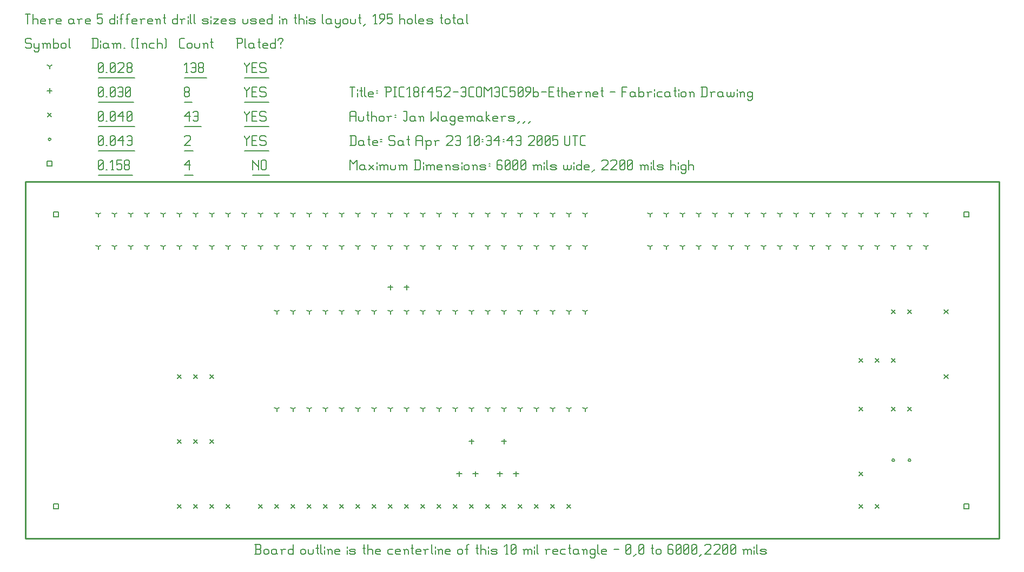
<source format=gbr>
G04 Title: PIC18f452-3COM3C509b-Ethernet, Fabrication Drawing *
G04 Creator: pcb-bin 20050127 *
G04 CreationDate: Sat Apr 23 10:34:43 2005 UTC *
G04 For: jan *
G04 Format: Gerber/RS-274X *
G04 PCB-Dimensions: 600000 220000 *
G04 PCB-Coordinate-Origin: lower left *
%MOIN*%
%FSLAX24Y24*%
%IPPOS*%
%ADD11C,0.0400*%
%ADD12C,0.0100*%
%ADD13C,0.0080*%
%ADD14R,0.0650X0.0650*%
%ADD15R,0.0710X0.0710*%
%ADD16C,0.0650*%
%ADD17C,0.0710*%
%ADD18R,0.0700X0.0700*%
%ADD19R,0.0760X0.0760*%
%ADD20C,0.0700*%
%ADD21C,0.0760*%
%ADD22C,0.0200*%
%ADD23R,0.0600X0.0600*%
%ADD24R,0.0660X0.0660*%
%ADD25C,0.0600*%
%ADD26C,0.0660*%
%ADD27R,0.0800X0.0800*%
%ADD28R,0.0860X0.0860*%
%ADD29C,0.0800*%
%ADD30C,0.0860*%
%ADD31C,0.1575*%
%ADD32C,0.0350*%
%LNGROUP_1*%
%LPD*%
G01X0Y0D02*
G54D13*X1740Y20160D02*X2060D01*
X1740D02*Y19840D01*
X2060D01*
Y20160D02*Y19840D01*
X1740Y2160D02*X2060D01*
X1740D02*Y1840D01*
X2060D01*
Y2160D02*Y1840D01*
X57840Y2160D02*X58160D01*
X57840D02*Y1840D01*
X58160D01*
Y2160D02*Y1840D01*
X57840Y20160D02*X58160D01*
X57840D02*Y19840D01*
X58160D01*
Y20160D02*Y19840D01*
X1340Y23285D02*X1660D01*
X1340D02*Y22965D01*
X1660D01*
Y23285D02*Y22965D01*
G04 Text: NO *
X14000Y23350D02*Y22750D01*
Y23350D02*Y23275D01*
X14375Y22900D01*
Y23350D02*Y22750D01*
X14555Y23275D02*Y22825D01*
Y23275D02*X14630Y23350D01*
X14780D01*
X14855Y23275D01*
Y22825D01*
X14780Y22750D02*X14855Y22825D01*
X14630Y22750D02*X14780D01*
X14555Y22825D02*X14630Y22750D01*
X14000Y22424D02*X15035D01*
G04 Text: 4 *
X9800Y23050D02*X10100Y23350D01*
X9800Y23050D02*X10175D01*
X10100Y23350D02*Y22750D01*
X9800Y22424D02*X10355D01*
G04 Text: 0.158 *
X4500Y22825D02*X4575Y22750D01*
X4500Y23275D02*Y22825D01*
Y23275D02*X4575Y23350D01*
X4725D01*
X4800Y23275D01*
Y22825D01*
X4725Y22750D02*X4800Y22825D01*
X4575Y22750D02*X4725D01*
X4500Y22900D02*X4800Y23200D01*
X4980Y22750D02*X5055D01*
X5310D02*X5460D01*
X5385Y23350D02*Y22750D01*
X5235Y23200D02*X5385Y23350D01*
X5640D02*X5940D01*
X5640D02*Y23050D01*
X5715Y23125D01*
X5865D01*
X5940Y23050D01*
Y22825D01*
X5865Y22750D02*X5940Y22825D01*
X5715Y22750D02*X5865D01*
X5640Y22825D02*X5715Y22750D01*
X6120Y22825D02*X6195Y22750D01*
X6120Y22975D02*Y22825D01*
Y22975D02*X6195Y23050D01*
X6345D01*
X6420Y22975D01*
Y22825D01*
X6345Y22750D02*X6420Y22825D01*
X6195Y22750D02*X6345D01*
X6120Y23125D02*X6195Y23050D01*
X6120Y23275D02*Y23125D01*
Y23275D02*X6195Y23350D01*
X6345D01*
X6420Y23275D01*
Y23125D01*
X6345Y23050D02*X6420Y23125D01*
X4500Y22424D02*X6600D01*
X54410Y4840D02*G75*G03X54570Y4840I80J0D01*G01*
G75*G03X54410Y4840I-80J0D01*G01*
X53410D02*G75*G03X53570Y4840I80J0D01*G01*
G75*G03X53410Y4840I-80J0D01*G01*
X1420Y24625D02*G75*G03X1580Y24625I80J0D01*G01*
G75*G03X1420Y24625I-80J0D01*G01*
G04 Text: YES *
X13500Y24850D02*Y24775D01*
X13650Y24625D01*
X13800Y24775D01*
Y24850D02*Y24775D01*
X13650Y24625D02*Y24250D01*
X13980Y24550D02*X14205D01*
X13980Y24250D02*X14280D01*
X13980Y24850D02*Y24250D01*
Y24850D02*X14280D01*
X14760D02*X14835Y24775D01*
X14535Y24850D02*X14760D01*
X14460Y24775D02*X14535Y24850D01*
X14460Y24775D02*Y24625D01*
X14535Y24550D01*
X14760D01*
X14835Y24475D01*
Y24325D01*
X14760Y24250D02*X14835Y24325D01*
X14535Y24250D02*X14760D01*
X14460Y24325D02*X14535Y24250D01*
X13500Y23924D02*X15015D01*
G04 Text: 2 *
X9800Y24775D02*X9875Y24850D01*
X10100D01*
X10175Y24775D01*
Y24625D01*
X9800Y24250D02*X10175Y24625D01*
X9800Y24250D02*X10175D01*
X9800Y23924D02*X10355D01*
G04 Text: 0.043 *
X4500Y24325D02*X4575Y24250D01*
X4500Y24775D02*Y24325D01*
Y24775D02*X4575Y24850D01*
X4725D01*
X4800Y24775D01*
Y24325D01*
X4725Y24250D02*X4800Y24325D01*
X4575Y24250D02*X4725D01*
X4500Y24400D02*X4800Y24700D01*
X4980Y24250D02*X5055D01*
X5235Y24325D02*X5310Y24250D01*
X5235Y24775D02*Y24325D01*
Y24775D02*X5310Y24850D01*
X5460D01*
X5535Y24775D01*
Y24325D01*
X5460Y24250D02*X5535Y24325D01*
X5310Y24250D02*X5460D01*
X5235Y24400D02*X5535Y24700D01*
X5715Y24550D02*X6015Y24850D01*
X5715Y24550D02*X6090D01*
X6015Y24850D02*Y24250D01*
X6270Y24775D02*X6345Y24850D01*
X6495D01*
X6570Y24775D01*
Y24325D01*
X6495Y24250D02*X6570Y24325D01*
X6345Y24250D02*X6495D01*
X6270Y24325D02*X6345Y24250D01*
Y24550D02*X6570D01*
X4500Y23924D02*X6750D01*
X56630Y14120D02*X56870Y13880D01*
X56630D02*X56870Y14120D01*
X56630Y10120D02*X56870Y9880D01*
X56630D02*X56870Y10120D01*
X9380D02*X9620Y9880D01*
X9380D02*X9620Y10120D01*
X10380D02*X10620Y9880D01*
X10380D02*X10620Y10120D01*
X11380D02*X11620Y9880D01*
X11380D02*X11620Y10120D01*
X14380Y2120D02*X14620Y1880D01*
X14380D02*X14620Y2120D01*
X15380D02*X15620Y1880D01*
X15380D02*X15620Y2120D01*
X16380D02*X16620Y1880D01*
X16380D02*X16620Y2120D01*
X17380D02*X17620Y1880D01*
X17380D02*X17620Y2120D01*
X18380D02*X18620Y1880D01*
X18380D02*X18620Y2120D01*
X19380D02*X19620Y1880D01*
X19380D02*X19620Y2120D01*
X20380D02*X20620Y1880D01*
X20380D02*X20620Y2120D01*
X21380D02*X21620Y1880D01*
X21380D02*X21620Y2120D01*
X22380D02*X22620Y1880D01*
X22380D02*X22620Y2120D01*
X23380D02*X23620Y1880D01*
X23380D02*X23620Y2120D01*
X24380D02*X24620Y1880D01*
X24380D02*X24620Y2120D01*
X25380D02*X25620Y1880D01*
X25380D02*X25620Y2120D01*
X26380D02*X26620Y1880D01*
X26380D02*X26620Y2120D01*
X27380D02*X27620Y1880D01*
X27380D02*X27620Y2120D01*
X28380D02*X28620Y1880D01*
X28380D02*X28620Y2120D01*
X29380D02*X29620Y1880D01*
X29380D02*X29620Y2120D01*
X30380D02*X30620Y1880D01*
X30380D02*X30620Y2120D01*
X31380D02*X31620Y1880D01*
X31380D02*X31620Y2120D01*
X32380D02*X32620Y1880D01*
X32380D02*X32620Y2120D01*
X33380D02*X33620Y1880D01*
X33380D02*X33620Y2120D01*
X11380Y6120D02*X11620Y5880D01*
X11380D02*X11620Y6120D01*
X10380D02*X10620Y5880D01*
X10380D02*X10620Y6120D01*
X9380D02*X9620Y5880D01*
X9380D02*X9620Y6120D01*
X51380Y11120D02*X51620Y10880D01*
X51380D02*X51620Y11120D01*
X52380D02*X52620Y10880D01*
X52380D02*X52620Y11120D01*
X53380D02*X53620Y10880D01*
X53380D02*X53620Y11120D01*
X53380Y8120D02*X53620Y7880D01*
X53380D02*X53620Y8120D01*
X54380D02*X54620Y7880D01*
X54380D02*X54620Y8120D01*
X51380Y2120D02*X51620Y1880D01*
X51380D02*X51620Y2120D01*
X52380D02*X52620Y1880D01*
X52380D02*X52620Y2120D01*
X54380Y14120D02*X54620Y13880D01*
X54380D02*X54620Y14120D01*
X53380D02*X53620Y13880D01*
X53380D02*X53620Y14120D01*
X9380Y2120D02*X9620Y1880D01*
X9380D02*X9620Y2120D01*
X10380D02*X10620Y1880D01*
X10380D02*X10620Y2120D01*
X11380D02*X11620Y1880D01*
X11380D02*X11620Y2120D01*
X12380D02*X12620Y1880D01*
X12380D02*X12620Y2120D01*
X51380Y8120D02*X51620Y7880D01*
X51380D02*X51620Y8120D01*
X51380Y4120D02*X51620Y3880D01*
X51380D02*X51620Y4120D01*
X1380Y26245D02*X1620Y26005D01*
X1380D02*X1620Y26245D01*
G04 Text: YES *
X13500Y26350D02*Y26275D01*
X13650Y26125D01*
X13800Y26275D01*
Y26350D02*Y26275D01*
X13650Y26125D02*Y25750D01*
X13980Y26050D02*X14205D01*
X13980Y25750D02*X14280D01*
X13980Y26350D02*Y25750D01*
Y26350D02*X14280D01*
X14760D02*X14835Y26275D01*
X14535Y26350D02*X14760D01*
X14460Y26275D02*X14535Y26350D01*
X14460Y26275D02*Y26125D01*
X14535Y26050D01*
X14760D01*
X14835Y25975D01*
Y25825D01*
X14760Y25750D02*X14835Y25825D01*
X14535Y25750D02*X14760D01*
X14460Y25825D02*X14535Y25750D01*
X13500Y25424D02*X15015D01*
G04 Text: 43 *
X9800Y26050D02*X10100Y26350D01*
X9800Y26050D02*X10175D01*
X10100Y26350D02*Y25750D01*
X10355Y26275D02*X10430Y26350D01*
X10580D01*
X10655Y26275D01*
Y25825D01*
X10580Y25750D02*X10655Y25825D01*
X10430Y25750D02*X10580D01*
X10355Y25825D02*X10430Y25750D01*
Y26050D02*X10655D01*
X9800Y25424D02*X10835D01*
G04 Text: 0.040 *
X4500Y25825D02*X4575Y25750D01*
X4500Y26275D02*Y25825D01*
Y26275D02*X4575Y26350D01*
X4725D01*
X4800Y26275D01*
Y25825D01*
X4725Y25750D02*X4800Y25825D01*
X4575Y25750D02*X4725D01*
X4500Y25900D02*X4800Y26200D01*
X4980Y25750D02*X5055D01*
X5235Y25825D02*X5310Y25750D01*
X5235Y26275D02*Y25825D01*
Y26275D02*X5310Y26350D01*
X5460D01*
X5535Y26275D01*
Y25825D01*
X5460Y25750D02*X5535Y25825D01*
X5310Y25750D02*X5460D01*
X5235Y25900D02*X5535Y26200D01*
X5715Y26050D02*X6015Y26350D01*
X5715Y26050D02*X6090D01*
X6015Y26350D02*Y25750D01*
X6270Y25825D02*X6345Y25750D01*
X6270Y26275D02*Y25825D01*
Y26275D02*X6345Y26350D01*
X6495D01*
X6570Y26275D01*
Y25825D01*
X6495Y25750D02*X6570Y25825D01*
X6345Y25750D02*X6495D01*
X6270Y25900D02*X6570Y26200D01*
X4500Y25424D02*X6750D01*
X23500Y15660D02*Y15340D01*
X23340Y15500D02*X23660D01*
X22500Y15660D02*Y15340D01*
X22340Y15500D02*X22660D01*
X27750Y4160D02*Y3840D01*
X27590Y4000D02*X27910D01*
X26750Y4160D02*Y3840D01*
X26590Y4000D02*X26910D01*
X29250Y4160D02*Y3840D01*
X29090Y4000D02*X29410D01*
X30250Y4160D02*Y3840D01*
X30090Y4000D02*X30410D01*
X27500Y6160D02*Y5840D01*
X27340Y6000D02*X27660D01*
X29500Y6160D02*Y5840D01*
X29340Y6000D02*X29660D01*
X1500Y27785D02*Y27465D01*
X1340Y27625D02*X1660D01*
G04 Text: YES *
X13500Y27850D02*Y27775D01*
X13650Y27625D01*
X13800Y27775D01*
Y27850D02*Y27775D01*
X13650Y27625D02*Y27250D01*
X13980Y27550D02*X14205D01*
X13980Y27250D02*X14280D01*
X13980Y27850D02*Y27250D01*
Y27850D02*X14280D01*
X14760D02*X14835Y27775D01*
X14535Y27850D02*X14760D01*
X14460Y27775D02*X14535Y27850D01*
X14460Y27775D02*Y27625D01*
X14535Y27550D01*
X14760D01*
X14835Y27475D01*
Y27325D01*
X14760Y27250D02*X14835Y27325D01*
X14535Y27250D02*X14760D01*
X14460Y27325D02*X14535Y27250D01*
X13500Y26924D02*X15015D01*
G04 Text: 8 *
X9800Y27325D02*X9875Y27250D01*
X9800Y27475D02*Y27325D01*
Y27475D02*X9875Y27550D01*
X10025D01*
X10100Y27475D01*
Y27325D01*
X10025Y27250D02*X10100Y27325D01*
X9875Y27250D02*X10025D01*
X9800Y27625D02*X9875Y27550D01*
X9800Y27775D02*Y27625D01*
Y27775D02*X9875Y27850D01*
X10025D01*
X10100Y27775D01*
Y27625D01*
X10025Y27550D02*X10100Y27625D01*
X9800Y26924D02*X10280D01*
G04 Text: 0.030 *
X4500Y27325D02*X4575Y27250D01*
X4500Y27775D02*Y27325D01*
Y27775D02*X4575Y27850D01*
X4725D01*
X4800Y27775D01*
Y27325D01*
X4725Y27250D02*X4800Y27325D01*
X4575Y27250D02*X4725D01*
X4500Y27400D02*X4800Y27700D01*
X4980Y27250D02*X5055D01*
X5235Y27325D02*X5310Y27250D01*
X5235Y27775D02*Y27325D01*
Y27775D02*X5310Y27850D01*
X5460D01*
X5535Y27775D01*
Y27325D01*
X5460Y27250D02*X5535Y27325D01*
X5310Y27250D02*X5460D01*
X5235Y27400D02*X5535Y27700D01*
X5715Y27775D02*X5790Y27850D01*
X5940D01*
X6015Y27775D01*
Y27325D01*
X5940Y27250D02*X6015Y27325D01*
X5790Y27250D02*X5940D01*
X5715Y27325D02*X5790Y27250D01*
Y27550D02*X6015D01*
X6195Y27325D02*X6270Y27250D01*
X6195Y27775D02*Y27325D01*
Y27775D02*X6270Y27850D01*
X6420D01*
X6495Y27775D01*
Y27325D01*
X6420Y27250D02*X6495Y27325D01*
X6270Y27250D02*X6420D01*
X6195Y27400D02*X6495Y27700D01*
X4500Y26924D02*X6675D01*
X4500Y18000D02*Y17840D01*
Y18000D02*X4638Y18080D01*
X4500Y18000D02*X4361Y18080D01*
X5500Y18000D02*Y17840D01*
Y18000D02*X5638Y18080D01*
X5500Y18000D02*X5361Y18080D01*
X6500Y18000D02*Y17840D01*
Y18000D02*X6638Y18080D01*
X6500Y18000D02*X6361Y18080D01*
X7500Y18000D02*Y17840D01*
Y18000D02*X7638Y18080D01*
X7500Y18000D02*X7361Y18080D01*
X8500Y18000D02*Y17840D01*
Y18000D02*X8638Y18080D01*
X8500Y18000D02*X8361Y18080D01*
X9500Y18000D02*Y17840D01*
Y18000D02*X9638Y18080D01*
X9500Y18000D02*X9361Y18080D01*
X10500Y18000D02*Y17840D01*
Y18000D02*X10638Y18080D01*
X10500Y18000D02*X10361Y18080D01*
X11500Y18000D02*Y17840D01*
Y18000D02*X11638Y18080D01*
X11500Y18000D02*X11361Y18080D01*
X12500Y18000D02*Y17840D01*
Y18000D02*X12638Y18080D01*
X12500Y18000D02*X12361Y18080D01*
X13500Y18000D02*Y17840D01*
Y18000D02*X13638Y18080D01*
X13500Y18000D02*X13361Y18080D01*
X14500Y18000D02*Y17840D01*
Y18000D02*X14638Y18080D01*
X14500Y18000D02*X14361Y18080D01*
X15500Y18000D02*Y17840D01*
Y18000D02*X15638Y18080D01*
X15500Y18000D02*X15361Y18080D01*
X16500Y18000D02*Y17840D01*
Y18000D02*X16638Y18080D01*
X16500Y18000D02*X16361Y18080D01*
X17500Y18000D02*Y17840D01*
Y18000D02*X17638Y18080D01*
X17500Y18000D02*X17361Y18080D01*
X18500Y18000D02*Y17840D01*
Y18000D02*X18638Y18080D01*
X18500Y18000D02*X18361Y18080D01*
X19500Y18000D02*Y17840D01*
Y18000D02*X19638Y18080D01*
X19500Y18000D02*X19361Y18080D01*
X20500Y18000D02*Y17840D01*
Y18000D02*X20638Y18080D01*
X20500Y18000D02*X20361Y18080D01*
X21500Y18000D02*Y17840D01*
Y18000D02*X21638Y18080D01*
X21500Y18000D02*X21361Y18080D01*
X22500Y18000D02*Y17840D01*
Y18000D02*X22638Y18080D01*
X22500Y18000D02*X22361Y18080D01*
X23500Y18000D02*Y17840D01*
Y18000D02*X23638Y18080D01*
X23500Y18000D02*X23361Y18080D01*
X24500Y18000D02*Y17840D01*
Y18000D02*X24638Y18080D01*
X24500Y18000D02*X24361Y18080D01*
X25500Y18000D02*Y17840D01*
Y18000D02*X25638Y18080D01*
X25500Y18000D02*X25361Y18080D01*
X26500Y18000D02*Y17840D01*
Y18000D02*X26638Y18080D01*
X26500Y18000D02*X26361Y18080D01*
X27500Y18000D02*Y17840D01*
Y18000D02*X27638Y18080D01*
X27500Y18000D02*X27361Y18080D01*
X28500Y18000D02*Y17840D01*
Y18000D02*X28638Y18080D01*
X28500Y18000D02*X28361Y18080D01*
X29500Y18000D02*Y17840D01*
Y18000D02*X29638Y18080D01*
X29500Y18000D02*X29361Y18080D01*
X30500Y18000D02*Y17840D01*
Y18000D02*X30638Y18080D01*
X30500Y18000D02*X30361Y18080D01*
X31500Y18000D02*Y17840D01*
Y18000D02*X31638Y18080D01*
X31500Y18000D02*X31361Y18080D01*
X32500Y18000D02*Y17840D01*
Y18000D02*X32638Y18080D01*
X32500Y18000D02*X32361Y18080D01*
X33500Y18000D02*Y17840D01*
Y18000D02*X33638Y18080D01*
X33500Y18000D02*X33361Y18080D01*
X34500Y18000D02*Y17840D01*
Y18000D02*X34638Y18080D01*
X34500Y18000D02*X34361Y18080D01*
X4500Y20000D02*Y19840D01*
Y20000D02*X4638Y20080D01*
X4500Y20000D02*X4361Y20080D01*
X5500Y20000D02*Y19840D01*
Y20000D02*X5638Y20080D01*
X5500Y20000D02*X5361Y20080D01*
X6500Y20000D02*Y19840D01*
Y20000D02*X6638Y20080D01*
X6500Y20000D02*X6361Y20080D01*
X7500Y20000D02*Y19840D01*
Y20000D02*X7638Y20080D01*
X7500Y20000D02*X7361Y20080D01*
X8500Y20000D02*Y19840D01*
Y20000D02*X8638Y20080D01*
X8500Y20000D02*X8361Y20080D01*
X9500Y20000D02*Y19840D01*
Y20000D02*X9638Y20080D01*
X9500Y20000D02*X9361Y20080D01*
X10500Y20000D02*Y19840D01*
Y20000D02*X10638Y20080D01*
X10500Y20000D02*X10361Y20080D01*
X11500Y20000D02*Y19840D01*
Y20000D02*X11638Y20080D01*
X11500Y20000D02*X11361Y20080D01*
X12500Y20000D02*Y19840D01*
Y20000D02*X12638Y20080D01*
X12500Y20000D02*X12361Y20080D01*
X13500Y20000D02*Y19840D01*
Y20000D02*X13638Y20080D01*
X13500Y20000D02*X13361Y20080D01*
X14500Y20000D02*Y19840D01*
Y20000D02*X14638Y20080D01*
X14500Y20000D02*X14361Y20080D01*
X15500Y20000D02*Y19840D01*
Y20000D02*X15638Y20080D01*
X15500Y20000D02*X15361Y20080D01*
X16500Y20000D02*Y19840D01*
Y20000D02*X16638Y20080D01*
X16500Y20000D02*X16361Y20080D01*
X17500Y20000D02*Y19840D01*
Y20000D02*X17638Y20080D01*
X17500Y20000D02*X17361Y20080D01*
X18500Y20000D02*Y19840D01*
Y20000D02*X18638Y20080D01*
X18500Y20000D02*X18361Y20080D01*
X19500Y20000D02*Y19840D01*
Y20000D02*X19638Y20080D01*
X19500Y20000D02*X19361Y20080D01*
X20500Y20000D02*Y19840D01*
Y20000D02*X20638Y20080D01*
X20500Y20000D02*X20361Y20080D01*
X21500Y20000D02*Y19840D01*
Y20000D02*X21638Y20080D01*
X21500Y20000D02*X21361Y20080D01*
X22500Y20000D02*Y19840D01*
Y20000D02*X22638Y20080D01*
X22500Y20000D02*X22361Y20080D01*
X23500Y20000D02*Y19840D01*
Y20000D02*X23638Y20080D01*
X23500Y20000D02*X23361Y20080D01*
X24500Y20000D02*Y19840D01*
Y20000D02*X24638Y20080D01*
X24500Y20000D02*X24361Y20080D01*
X25500Y20000D02*Y19840D01*
Y20000D02*X25638Y20080D01*
X25500Y20000D02*X25361Y20080D01*
X26500Y20000D02*Y19840D01*
Y20000D02*X26638Y20080D01*
X26500Y20000D02*X26361Y20080D01*
X27500Y20000D02*Y19840D01*
Y20000D02*X27638Y20080D01*
X27500Y20000D02*X27361Y20080D01*
X28500Y20000D02*Y19840D01*
Y20000D02*X28638Y20080D01*
X28500Y20000D02*X28361Y20080D01*
X29500Y20000D02*Y19840D01*
Y20000D02*X29638Y20080D01*
X29500Y20000D02*X29361Y20080D01*
X30500Y20000D02*Y19840D01*
Y20000D02*X30638Y20080D01*
X30500Y20000D02*X30361Y20080D01*
X31500Y20000D02*Y19840D01*
Y20000D02*X31638Y20080D01*
X31500Y20000D02*X31361Y20080D01*
X32500Y20000D02*Y19840D01*
Y20000D02*X32638Y20080D01*
X32500Y20000D02*X32361Y20080D01*
X33500Y20000D02*Y19840D01*
Y20000D02*X33638Y20080D01*
X33500Y20000D02*X33361Y20080D01*
X34500Y20000D02*Y19840D01*
Y20000D02*X34638Y20080D01*
X34500Y20000D02*X34361Y20080D01*
X38500Y18000D02*Y17840D01*
Y18000D02*X38638Y18080D01*
X38500Y18000D02*X38361Y18080D01*
X39500Y18000D02*Y17840D01*
Y18000D02*X39638Y18080D01*
X39500Y18000D02*X39361Y18080D01*
X40500Y18000D02*Y17840D01*
Y18000D02*X40638Y18080D01*
X40500Y18000D02*X40361Y18080D01*
X41500Y18000D02*Y17840D01*
Y18000D02*X41638Y18080D01*
X41500Y18000D02*X41361Y18080D01*
X42500Y18000D02*Y17840D01*
Y18000D02*X42638Y18080D01*
X42500Y18000D02*X42361Y18080D01*
X43500Y18000D02*Y17840D01*
Y18000D02*X43638Y18080D01*
X43500Y18000D02*X43361Y18080D01*
X44500Y18000D02*Y17840D01*
Y18000D02*X44638Y18080D01*
X44500Y18000D02*X44361Y18080D01*
X45500Y18000D02*Y17840D01*
Y18000D02*X45638Y18080D01*
X45500Y18000D02*X45361Y18080D01*
X46500Y18000D02*Y17840D01*
Y18000D02*X46638Y18080D01*
X46500Y18000D02*X46361Y18080D01*
X47500Y18000D02*Y17840D01*
Y18000D02*X47638Y18080D01*
X47500Y18000D02*X47361Y18080D01*
X48500Y18000D02*Y17840D01*
Y18000D02*X48638Y18080D01*
X48500Y18000D02*X48361Y18080D01*
X49500Y18000D02*Y17840D01*
Y18000D02*X49638Y18080D01*
X49500Y18000D02*X49361Y18080D01*
X50500Y18000D02*Y17840D01*
Y18000D02*X50638Y18080D01*
X50500Y18000D02*X50361Y18080D01*
X51500Y18000D02*Y17840D01*
Y18000D02*X51638Y18080D01*
X51500Y18000D02*X51361Y18080D01*
X52500Y18000D02*Y17840D01*
Y18000D02*X52638Y18080D01*
X52500Y18000D02*X52361Y18080D01*
X53500Y18000D02*Y17840D01*
Y18000D02*X53638Y18080D01*
X53500Y18000D02*X53361Y18080D01*
X54500Y18000D02*Y17840D01*
Y18000D02*X54638Y18080D01*
X54500Y18000D02*X54361Y18080D01*
X55500Y18000D02*Y17840D01*
Y18000D02*X55638Y18080D01*
X55500Y18000D02*X55361Y18080D01*
X38500Y20000D02*Y19840D01*
Y20000D02*X38638Y20080D01*
X38500Y20000D02*X38361Y20080D01*
X39500Y20000D02*Y19840D01*
Y20000D02*X39638Y20080D01*
X39500Y20000D02*X39361Y20080D01*
X40500Y20000D02*Y19840D01*
Y20000D02*X40638Y20080D01*
X40500Y20000D02*X40361Y20080D01*
X41500Y20000D02*Y19840D01*
Y20000D02*X41638Y20080D01*
X41500Y20000D02*X41361Y20080D01*
X42500Y20000D02*Y19840D01*
Y20000D02*X42638Y20080D01*
X42500Y20000D02*X42361Y20080D01*
X43500Y20000D02*Y19840D01*
Y20000D02*X43638Y20080D01*
X43500Y20000D02*X43361Y20080D01*
X44500Y20000D02*Y19840D01*
Y20000D02*X44638Y20080D01*
X44500Y20000D02*X44361Y20080D01*
X45500Y20000D02*Y19840D01*
Y20000D02*X45638Y20080D01*
X45500Y20000D02*X45361Y20080D01*
X46500Y20000D02*Y19840D01*
Y20000D02*X46638Y20080D01*
X46500Y20000D02*X46361Y20080D01*
X47500Y20000D02*Y19840D01*
Y20000D02*X47638Y20080D01*
X47500Y20000D02*X47361Y20080D01*
X48500Y20000D02*Y19840D01*
Y20000D02*X48638Y20080D01*
X48500Y20000D02*X48361Y20080D01*
X49500Y20000D02*Y19840D01*
Y20000D02*X49638Y20080D01*
X49500Y20000D02*X49361Y20080D01*
X50500Y20000D02*Y19840D01*
Y20000D02*X50638Y20080D01*
X50500Y20000D02*X50361Y20080D01*
X51500Y20000D02*Y19840D01*
Y20000D02*X51638Y20080D01*
X51500Y20000D02*X51361Y20080D01*
X52500Y20000D02*Y19840D01*
Y20000D02*X52638Y20080D01*
X52500Y20000D02*X52361Y20080D01*
X53500Y20000D02*Y19840D01*
Y20000D02*X53638Y20080D01*
X53500Y20000D02*X53361Y20080D01*
X54500Y20000D02*Y19840D01*
Y20000D02*X54638Y20080D01*
X54500Y20000D02*X54361Y20080D01*
X55500Y20000D02*Y19840D01*
Y20000D02*X55638Y20080D01*
X55500Y20000D02*X55361Y20080D01*
X15500Y8000D02*Y7840D01*
Y8000D02*X15638Y8080D01*
X15500Y8000D02*X15361Y8080D01*
X16500Y8000D02*Y7840D01*
Y8000D02*X16638Y8080D01*
X16500Y8000D02*X16361Y8080D01*
X17500Y8000D02*Y7840D01*
Y8000D02*X17638Y8080D01*
X17500Y8000D02*X17361Y8080D01*
X18500Y8000D02*Y7840D01*
Y8000D02*X18638Y8080D01*
X18500Y8000D02*X18361Y8080D01*
X19500Y8000D02*Y7840D01*
Y8000D02*X19638Y8080D01*
X19500Y8000D02*X19361Y8080D01*
X20500Y8000D02*Y7840D01*
Y8000D02*X20638Y8080D01*
X20500Y8000D02*X20361Y8080D01*
X21500Y8000D02*Y7840D01*
Y8000D02*X21638Y8080D01*
X21500Y8000D02*X21361Y8080D01*
X22500Y8000D02*Y7840D01*
Y8000D02*X22638Y8080D01*
X22500Y8000D02*X22361Y8080D01*
X23500Y8000D02*Y7840D01*
Y8000D02*X23638Y8080D01*
X23500Y8000D02*X23361Y8080D01*
X24500Y8000D02*Y7840D01*
Y8000D02*X24638Y8080D01*
X24500Y8000D02*X24361Y8080D01*
X25500Y8000D02*Y7840D01*
Y8000D02*X25638Y8080D01*
X25500Y8000D02*X25361Y8080D01*
X26500Y8000D02*Y7840D01*
Y8000D02*X26638Y8080D01*
X26500Y8000D02*X26361Y8080D01*
X27500Y8000D02*Y7840D01*
Y8000D02*X27638Y8080D01*
X27500Y8000D02*X27361Y8080D01*
X28500Y8000D02*Y7840D01*
Y8000D02*X28638Y8080D01*
X28500Y8000D02*X28361Y8080D01*
X29500Y8000D02*Y7840D01*
Y8000D02*X29638Y8080D01*
X29500Y8000D02*X29361Y8080D01*
X30500Y8000D02*Y7840D01*
Y8000D02*X30638Y8080D01*
X30500Y8000D02*X30361Y8080D01*
X31500Y8000D02*Y7840D01*
Y8000D02*X31638Y8080D01*
X31500Y8000D02*X31361Y8080D01*
X32500Y8000D02*Y7840D01*
Y8000D02*X32638Y8080D01*
X32500Y8000D02*X32361Y8080D01*
X33500Y8000D02*Y7840D01*
Y8000D02*X33638Y8080D01*
X33500Y8000D02*X33361Y8080D01*
X34500Y8000D02*Y7840D01*
Y8000D02*X34638Y8080D01*
X34500Y8000D02*X34361Y8080D01*
X34500Y14000D02*Y13840D01*
Y14000D02*X34638Y14080D01*
X34500Y14000D02*X34361Y14080D01*
X33500Y14000D02*Y13840D01*
Y14000D02*X33638Y14080D01*
X33500Y14000D02*X33361Y14080D01*
X32500Y14000D02*Y13840D01*
Y14000D02*X32638Y14080D01*
X32500Y14000D02*X32361Y14080D01*
X31500Y14000D02*Y13840D01*
Y14000D02*X31638Y14080D01*
X31500Y14000D02*X31361Y14080D01*
X30500Y14000D02*Y13840D01*
Y14000D02*X30638Y14080D01*
X30500Y14000D02*X30361Y14080D01*
X29500Y14000D02*Y13840D01*
Y14000D02*X29638Y14080D01*
X29500Y14000D02*X29361Y14080D01*
X28500Y14000D02*Y13840D01*
Y14000D02*X28638Y14080D01*
X28500Y14000D02*X28361Y14080D01*
X27500Y14000D02*Y13840D01*
Y14000D02*X27638Y14080D01*
X27500Y14000D02*X27361Y14080D01*
X26500Y14000D02*Y13840D01*
Y14000D02*X26638Y14080D01*
X26500Y14000D02*X26361Y14080D01*
X25500Y14000D02*Y13840D01*
Y14000D02*X25638Y14080D01*
X25500Y14000D02*X25361Y14080D01*
X24500Y14000D02*Y13840D01*
Y14000D02*X24638Y14080D01*
X24500Y14000D02*X24361Y14080D01*
X23500Y14000D02*Y13840D01*
Y14000D02*X23638Y14080D01*
X23500Y14000D02*X23361Y14080D01*
X22500Y14000D02*Y13840D01*
Y14000D02*X22638Y14080D01*
X22500Y14000D02*X22361Y14080D01*
X21500Y14000D02*Y13840D01*
Y14000D02*X21638Y14080D01*
X21500Y14000D02*X21361Y14080D01*
X20500Y14000D02*Y13840D01*
Y14000D02*X20638Y14080D01*
X20500Y14000D02*X20361Y14080D01*
X19500Y14000D02*Y13840D01*
Y14000D02*X19638Y14080D01*
X19500Y14000D02*X19361Y14080D01*
X18500Y14000D02*Y13840D01*
Y14000D02*X18638Y14080D01*
X18500Y14000D02*X18361Y14080D01*
X17500Y14000D02*Y13840D01*
Y14000D02*X17638Y14080D01*
X17500Y14000D02*X17361Y14080D01*
X16500Y14000D02*Y13840D01*
Y14000D02*X16638Y14080D01*
X16500Y14000D02*X16361Y14080D01*
X15500Y14000D02*Y13840D01*
Y14000D02*X15638Y14080D01*
X15500Y14000D02*X15361Y14080D01*
X1500Y29125D02*Y28965D01*
Y29125D02*X1638Y29205D01*
X1500Y29125D02*X1361Y29205D01*
G04 Text: YES *
X13500Y29350D02*Y29275D01*
X13650Y29125D01*
X13800Y29275D01*
Y29350D02*Y29275D01*
X13650Y29125D02*Y28750D01*
X13980Y29050D02*X14205D01*
X13980Y28750D02*X14280D01*
X13980Y29350D02*Y28750D01*
Y29350D02*X14280D01*
X14760D02*X14835Y29275D01*
X14535Y29350D02*X14760D01*
X14460Y29275D02*X14535Y29350D01*
X14460Y29275D02*Y29125D01*
X14535Y29050D01*
X14760D01*
X14835Y28975D01*
Y28825D01*
X14760Y28750D02*X14835Y28825D01*
X14535Y28750D02*X14760D01*
X14460Y28825D02*X14535Y28750D01*
X13500Y28424D02*X15015D01*
G04 Text: 138 *
X9875Y28750D02*X10025D01*
X9950Y29350D02*Y28750D01*
X9800Y29200D02*X9950Y29350D01*
X10205Y29275D02*X10280Y29350D01*
X10430D01*
X10505Y29275D01*
Y28825D01*
X10430Y28750D02*X10505Y28825D01*
X10280Y28750D02*X10430D01*
X10205Y28825D02*X10280Y28750D01*
Y29050D02*X10505D01*
X10685Y28825D02*X10760Y28750D01*
X10685Y28975D02*Y28825D01*
Y28975D02*X10760Y29050D01*
X10910D01*
X10985Y28975D01*
Y28825D01*
X10910Y28750D02*X10985Y28825D01*
X10760Y28750D02*X10910D01*
X10685Y29125D02*X10760Y29050D01*
X10685Y29275D02*Y29125D01*
Y29275D02*X10760Y29350D01*
X10910D01*
X10985Y29275D01*
Y29125D01*
X10910Y29050D02*X10985Y29125D01*
X9800Y28424D02*X11165D01*
G04 Text: 0.028 *
X4500Y28825D02*X4575Y28750D01*
X4500Y29275D02*Y28825D01*
Y29275D02*X4575Y29350D01*
X4725D01*
X4800Y29275D01*
Y28825D01*
X4725Y28750D02*X4800Y28825D01*
X4575Y28750D02*X4725D01*
X4500Y28900D02*X4800Y29200D01*
X4980Y28750D02*X5055D01*
X5235Y28825D02*X5310Y28750D01*
X5235Y29275D02*Y28825D01*
Y29275D02*X5310Y29350D01*
X5460D01*
X5535Y29275D01*
Y28825D01*
X5460Y28750D02*X5535Y28825D01*
X5310Y28750D02*X5460D01*
X5235Y28900D02*X5535Y29200D01*
X5715Y29275D02*X5790Y29350D01*
X6015D01*
X6090Y29275D01*
Y29125D01*
X5715Y28750D02*X6090Y29125D01*
X5715Y28750D02*X6090D01*
X6270Y28825D02*X6345Y28750D01*
X6270Y28975D02*Y28825D01*
Y28975D02*X6345Y29050D01*
X6495D01*
X6570Y28975D01*
Y28825D01*
X6495Y28750D02*X6570Y28825D01*
X6345Y28750D02*X6495D01*
X6270Y29125D02*X6345Y29050D01*
X6270Y29275D02*Y29125D01*
Y29275D02*X6345Y29350D01*
X6495D01*
X6570Y29275D01*
Y29125D01*
X6495Y29050D02*X6570Y29125D01*
X4500Y28424D02*X6750D01*
G04 Text: Symbol *
X300Y30850D02*X375Y30775D01*
X75Y30850D02*X300D01*
X0Y30775D02*X75Y30850D01*
X0Y30775D02*Y30625D01*
X75Y30550D01*
X300D01*
X375Y30475D01*
Y30325D01*
X300Y30250D02*X375Y30325D01*
X75Y30250D02*X300D01*
X0Y30325D02*X75Y30250D01*
X555Y30550D02*Y30325D01*
X630Y30250D01*
X855Y30550D02*Y30100D01*
X780Y30025D02*X855Y30100D01*
X630Y30025D02*X780D01*
X555Y30100D02*X630Y30025D01*
Y30250D02*X780D01*
X855Y30325D01*
X1110Y30475D02*Y30250D01*
Y30475D02*X1185Y30550D01*
X1260D01*
X1335Y30475D01*
Y30250D01*
Y30475D02*X1410Y30550D01*
X1485D01*
X1560Y30475D01*
Y30250D01*
X1035Y30550D02*X1110Y30475D01*
X1740Y30850D02*Y30250D01*
Y30325D02*X1815Y30250D01*
X1965D01*
X2040Y30325D01*
Y30475D02*Y30325D01*
X1965Y30550D02*X2040Y30475D01*
X1815Y30550D02*X1965D01*
X1740Y30475D02*X1815Y30550D01*
X2220Y30475D02*Y30325D01*
Y30475D02*X2295Y30550D01*
X2445D01*
X2520Y30475D01*
Y30325D01*
X2445Y30250D02*X2520Y30325D01*
X2295Y30250D02*X2445D01*
X2220Y30325D02*X2295Y30250D01*
X2700Y30850D02*Y30325D01*
X2775Y30250D01*
G04 Text: Diam. (Inch) *
X4175Y30850D02*Y30250D01*
X4400Y30850D02*X4475Y30775D01*
Y30325D01*
X4400Y30250D02*X4475Y30325D01*
X4100Y30250D02*X4400D01*
X4100Y30850D02*X4400D01*
X4655Y30700D02*Y30625D01*
Y30475D02*Y30250D01*
X5030Y30550D02*X5105Y30475D01*
X4880Y30550D02*X5030D01*
X4805Y30475D02*X4880Y30550D01*
X4805Y30475D02*Y30325D01*
X4880Y30250D01*
X5105Y30550D02*Y30325D01*
X5180Y30250D01*
X4880D02*X5030D01*
X5105Y30325D01*
X5435Y30475D02*Y30250D01*
Y30475D02*X5510Y30550D01*
X5585D01*
X5660Y30475D01*
Y30250D01*
Y30475D02*X5735Y30550D01*
X5810D01*
X5885Y30475D01*
Y30250D01*
X5360Y30550D02*X5435Y30475D01*
X6065Y30250D02*X6140D01*
X6590Y30325D02*X6665Y30250D01*
X6590Y30775D02*X6665Y30850D01*
X6590Y30775D02*Y30325D01*
X6845Y30850D02*X6995D01*
X6920D02*Y30250D01*
X6845D02*X6995D01*
X7251Y30475D02*Y30250D01*
Y30475D02*X7326Y30550D01*
X7401D01*
X7476Y30475D01*
Y30250D01*
X7176Y30550D02*X7251Y30475D01*
X7731Y30550D02*X7956D01*
X7656Y30475D02*X7731Y30550D01*
X7656Y30475D02*Y30325D01*
X7731Y30250D01*
X7956D01*
X8136Y30850D02*Y30250D01*
Y30475D02*X8211Y30550D01*
X8361D01*
X8436Y30475D01*
Y30250D01*
X8616Y30850D02*X8691Y30775D01*
Y30325D01*
X8616Y30250D02*X8691Y30325D01*
G04 Text: Count *
X9575Y30250D02*X9800D01*
X9500Y30325D02*X9575Y30250D01*
X9500Y30775D02*Y30325D01*
Y30775D02*X9575Y30850D01*
X9800D01*
X9980Y30475D02*Y30325D01*
Y30475D02*X10055Y30550D01*
X10205D01*
X10280Y30475D01*
Y30325D01*
X10205Y30250D02*X10280Y30325D01*
X10055Y30250D02*X10205D01*
X9980Y30325D02*X10055Y30250D01*
X10460Y30550D02*Y30325D01*
X10535Y30250D01*
X10685D01*
X10760Y30325D01*
Y30550D02*Y30325D01*
X11015Y30475D02*Y30250D01*
Y30475D02*X11090Y30550D01*
X11165D01*
X11240Y30475D01*
Y30250D01*
X10940Y30550D02*X11015Y30475D01*
X11495Y30850D02*Y30325D01*
X11570Y30250D01*
X11420Y30625D02*X11570D01*
G04 Text: Plated? *
X13075Y30850D02*Y30250D01*
X13000Y30850D02*X13300D01*
X13375Y30775D01*
Y30625D01*
X13300Y30550D02*X13375Y30625D01*
X13075Y30550D02*X13300D01*
X13555Y30850D02*Y30325D01*
X13630Y30250D01*
X14005Y30550D02*X14080Y30475D01*
X13855Y30550D02*X14005D01*
X13780Y30475D02*X13855Y30550D01*
X13780Y30475D02*Y30325D01*
X13855Y30250D01*
X14080Y30550D02*Y30325D01*
X14155Y30250D01*
X13855D02*X14005D01*
X14080Y30325D01*
X14410Y30850D02*Y30325D01*
X14485Y30250D01*
X14335Y30625D02*X14485D01*
X14710Y30250D02*X14935D01*
X14635Y30325D02*X14710Y30250D01*
X14635Y30475D02*Y30325D01*
Y30475D02*X14710Y30550D01*
X14860D01*
X14935Y30475D01*
X14635Y30400D02*X14935D01*
Y30475D02*Y30400D01*
X15415Y30850D02*Y30250D01*
X15340D02*X15415Y30325D01*
X15190Y30250D02*X15340D01*
X15115Y30325D02*X15190Y30250D01*
X15115Y30475D02*Y30325D01*
Y30475D02*X15190Y30550D01*
X15340D01*
X15415Y30475D01*
X15745Y30550D02*Y30475D01*
Y30325D02*Y30250D01*
X15595Y30775D02*Y30700D01*
Y30775D02*X15670Y30850D01*
X15820D01*
X15895Y30775D01*
Y30700D01*
X15745Y30550D02*X15895Y30700D01*
G04 Text: There are 5 different drill sizes used in this layout, 195 holes total *
X0Y32350D02*X300D01*
X150D02*Y31750D01*
X480Y32350D02*Y31750D01*
Y31975D02*X555Y32050D01*
X705D01*
X780Y31975D01*
Y31750D01*
X1035D02*X1260D01*
X960Y31825D02*X1035Y31750D01*
X960Y31975D02*Y31825D01*
Y31975D02*X1035Y32050D01*
X1185D01*
X1260Y31975D01*
X960Y31900D02*X1260D01*
Y31975D02*Y31900D01*
X1515Y31975D02*Y31750D01*
Y31975D02*X1590Y32050D01*
X1740D01*
X1440D02*X1515Y31975D01*
X1995Y31750D02*X2220D01*
X1920Y31825D02*X1995Y31750D01*
X1920Y31975D02*Y31825D01*
Y31975D02*X1995Y32050D01*
X2145D01*
X2220Y31975D01*
X1920Y31900D02*X2220D01*
Y31975D02*Y31900D01*
X2895Y32050D02*X2970Y31975D01*
X2745Y32050D02*X2895D01*
X2670Y31975D02*X2745Y32050D01*
X2670Y31975D02*Y31825D01*
X2745Y31750D01*
X2970Y32050D02*Y31825D01*
X3045Y31750D01*
X2745D02*X2895D01*
X2970Y31825D01*
X3300Y31975D02*Y31750D01*
Y31975D02*X3375Y32050D01*
X3525D01*
X3225D02*X3300Y31975D01*
X3781Y31750D02*X4006D01*
X3706Y31825D02*X3781Y31750D01*
X3706Y31975D02*Y31825D01*
Y31975D02*X3781Y32050D01*
X3931D01*
X4006Y31975D01*
X3706Y31900D02*X4006D01*
Y31975D02*Y31900D01*
X4456Y32350D02*X4756D01*
X4456D02*Y32050D01*
X4531Y32125D01*
X4681D01*
X4756Y32050D01*
Y31825D01*
X4681Y31750D02*X4756Y31825D01*
X4531Y31750D02*X4681D01*
X4456Y31825D02*X4531Y31750D01*
X5506Y32350D02*Y31750D01*
X5431D02*X5506Y31825D01*
X5281Y31750D02*X5431D01*
X5206Y31825D02*X5281Y31750D01*
X5206Y31975D02*Y31825D01*
Y31975D02*X5281Y32050D01*
X5431D01*
X5506Y31975D01*
X5686Y32200D02*Y32125D01*
Y31975D02*Y31750D01*
X5911Y32275D02*Y31750D01*
Y32275D02*X5986Y32350D01*
X6061D01*
X5836Y32050D02*X5986D01*
X6286Y32275D02*Y31750D01*
Y32275D02*X6361Y32350D01*
X6436D01*
X6211Y32050D02*X6361D01*
X6661Y31750D02*X6886D01*
X6586Y31825D02*X6661Y31750D01*
X6586Y31975D02*Y31825D01*
Y31975D02*X6661Y32050D01*
X6811D01*
X6886Y31975D01*
X6586Y31900D02*X6886D01*
Y31975D02*Y31900D01*
X7142Y31975D02*Y31750D01*
Y31975D02*X7217Y32050D01*
X7367D01*
X7067D02*X7142Y31975D01*
X7622Y31750D02*X7847D01*
X7547Y31825D02*X7622Y31750D01*
X7547Y31975D02*Y31825D01*
Y31975D02*X7622Y32050D01*
X7772D01*
X7847Y31975D01*
X7547Y31900D02*X7847D01*
Y31975D02*Y31900D01*
X8102Y31975D02*Y31750D01*
Y31975D02*X8177Y32050D01*
X8252D01*
X8327Y31975D01*
Y31750D01*
X8027Y32050D02*X8102Y31975D01*
X8582Y32350D02*Y31825D01*
X8657Y31750D01*
X8507Y32125D02*X8657D01*
X9377Y32350D02*Y31750D01*
X9302D02*X9377Y31825D01*
X9152Y31750D02*X9302D01*
X9077Y31825D02*X9152Y31750D01*
X9077Y31975D02*Y31825D01*
Y31975D02*X9152Y32050D01*
X9302D01*
X9377Y31975D01*
X9632D02*Y31750D01*
Y31975D02*X9707Y32050D01*
X9857D01*
X9557D02*X9632Y31975D01*
X10038Y32200D02*Y32125D01*
Y31975D02*Y31750D01*
X10188Y32350D02*Y31825D01*
X10263Y31750D01*
X10413Y32350D02*Y31825D01*
X10488Y31750D01*
X10983D02*X11208D01*
X11283Y31825D01*
X11208Y31900D02*X11283Y31825D01*
X10983Y31900D02*X11208D01*
X10908Y31975D02*X10983Y31900D01*
X10908Y31975D02*X10983Y32050D01*
X11208D01*
X11283Y31975D01*
X10908Y31825D02*X10983Y31750D01*
X11463Y32200D02*Y32125D01*
Y31975D02*Y31750D01*
X11613Y32050D02*X11913D01*
X11613Y31750D02*X11913Y32050D01*
X11613Y31750D02*X11913D01*
X12168D02*X12393D01*
X12093Y31825D02*X12168Y31750D01*
X12093Y31975D02*Y31825D01*
Y31975D02*X12168Y32050D01*
X12318D01*
X12393Y31975D01*
X12093Y31900D02*X12393D01*
Y31975D02*Y31900D01*
X12649Y31750D02*X12874D01*
X12949Y31825D01*
X12874Y31900D02*X12949Y31825D01*
X12649Y31900D02*X12874D01*
X12574Y31975D02*X12649Y31900D01*
X12574Y31975D02*X12649Y32050D01*
X12874D01*
X12949Y31975D01*
X12574Y31825D02*X12649Y31750D01*
X13399Y32050D02*Y31825D01*
X13474Y31750D01*
X13624D01*
X13699Y31825D01*
Y32050D02*Y31825D01*
X13954Y31750D02*X14179D01*
X14254Y31825D01*
X14179Y31900D02*X14254Y31825D01*
X13954Y31900D02*X14179D01*
X13879Y31975D02*X13954Y31900D01*
X13879Y31975D02*X13954Y32050D01*
X14179D01*
X14254Y31975D01*
X13879Y31825D02*X13954Y31750D01*
X14509D02*X14734D01*
X14434Y31825D02*X14509Y31750D01*
X14434Y31975D02*Y31825D01*
Y31975D02*X14509Y32050D01*
X14659D01*
X14734Y31975D01*
X14434Y31900D02*X14734D01*
Y31975D02*Y31900D01*
X15214Y32350D02*Y31750D01*
X15139D02*X15214Y31825D01*
X14989Y31750D02*X15139D01*
X14914Y31825D02*X14989Y31750D01*
X14914Y31975D02*Y31825D01*
Y31975D02*X14989Y32050D01*
X15139D01*
X15214Y31975D01*
X15664Y32200D02*Y32125D01*
Y31975D02*Y31750D01*
X15889Y31975D02*Y31750D01*
Y31975D02*X15964Y32050D01*
X16039D01*
X16114Y31975D01*
Y31750D01*
X15814Y32050D02*X15889Y31975D01*
X16640Y32350D02*Y31825D01*
X16715Y31750D01*
X16565Y32125D02*X16715D01*
X16865Y32350D02*Y31750D01*
Y31975D02*X16940Y32050D01*
X17090D01*
X17165Y31975D01*
Y31750D01*
X17345Y32200D02*Y32125D01*
Y31975D02*Y31750D01*
X17570D02*X17795D01*
X17870Y31825D01*
X17795Y31900D02*X17870Y31825D01*
X17570Y31900D02*X17795D01*
X17495Y31975D02*X17570Y31900D01*
X17495Y31975D02*X17570Y32050D01*
X17795D01*
X17870Y31975D01*
X17495Y31825D02*X17570Y31750D01*
X18320Y32350D02*Y31825D01*
X18395Y31750D01*
X18770Y32050D02*X18845Y31975D01*
X18620Y32050D02*X18770D01*
X18545Y31975D02*X18620Y32050D01*
X18545Y31975D02*Y31825D01*
X18620Y31750D01*
X18845Y32050D02*Y31825D01*
X18920Y31750D01*
X18620D02*X18770D01*
X18845Y31825D01*
X19101Y32050D02*Y31825D01*
X19176Y31750D01*
X19401Y32050D02*Y31600D01*
X19326Y31525D02*X19401Y31600D01*
X19176Y31525D02*X19326D01*
X19101Y31600D02*X19176Y31525D01*
Y31750D02*X19326D01*
X19401Y31825D01*
X19581Y31975D02*Y31825D01*
Y31975D02*X19656Y32050D01*
X19806D01*
X19881Y31975D01*
Y31825D01*
X19806Y31750D02*X19881Y31825D01*
X19656Y31750D02*X19806D01*
X19581Y31825D02*X19656Y31750D01*
X20061Y32050D02*Y31825D01*
X20136Y31750D01*
X20286D01*
X20361Y31825D01*
Y32050D02*Y31825D01*
X20616Y32350D02*Y31825D01*
X20691Y31750D01*
X20541Y32125D02*X20691D01*
X20841Y31600D02*X20991Y31750D01*
X21516D02*X21666D01*
X21591Y32350D02*Y31750D01*
X21441Y32200D02*X21591Y32350D01*
X21846Y31750D02*X22146Y32050D01*
Y32275D02*Y32050D01*
X22071Y32350D02*X22146Y32275D01*
X21921Y32350D02*X22071D01*
X21846Y32275D02*X21921Y32350D01*
X21846Y32275D02*Y32125D01*
X21921Y32050D01*
X22146D01*
X22327Y32350D02*X22627D01*
X22327D02*Y32050D01*
X22402Y32125D01*
X22552D01*
X22627Y32050D01*
Y31825D01*
X22552Y31750D02*X22627Y31825D01*
X22402Y31750D02*X22552D01*
X22327Y31825D02*X22402Y31750D01*
X23077Y32350D02*Y31750D01*
Y31975D02*X23152Y32050D01*
X23302D01*
X23377Y31975D01*
Y31750D01*
X23557Y31975D02*Y31825D01*
Y31975D02*X23632Y32050D01*
X23782D01*
X23857Y31975D01*
Y31825D01*
X23782Y31750D02*X23857Y31825D01*
X23632Y31750D02*X23782D01*
X23557Y31825D02*X23632Y31750D01*
X24037Y32350D02*Y31825D01*
X24112Y31750D01*
X24337D02*X24562D01*
X24262Y31825D02*X24337Y31750D01*
X24262Y31975D02*Y31825D01*
Y31975D02*X24337Y32050D01*
X24487D01*
X24562Y31975D01*
X24262Y31900D02*X24562D01*
Y31975D02*Y31900D01*
X24817Y31750D02*X25042D01*
X25117Y31825D01*
X25042Y31900D02*X25117Y31825D01*
X24817Y31900D02*X25042D01*
X24742Y31975D02*X24817Y31900D01*
X24742Y31975D02*X24817Y32050D01*
X25042D01*
X25117Y31975D01*
X24742Y31825D02*X24817Y31750D01*
X25642Y32350D02*Y31825D01*
X25717Y31750D01*
X25567Y32125D02*X25717D01*
X25868Y31975D02*Y31825D01*
Y31975D02*X25943Y32050D01*
X26093D01*
X26168Y31975D01*
Y31825D01*
X26093Y31750D02*X26168Y31825D01*
X25943Y31750D02*X26093D01*
X25868Y31825D02*X25943Y31750D01*
X26423Y32350D02*Y31825D01*
X26498Y31750D01*
X26348Y32125D02*X26498D01*
X26873Y32050D02*X26948Y31975D01*
X26723Y32050D02*X26873D01*
X26648Y31975D02*X26723Y32050D01*
X26648Y31975D02*Y31825D01*
X26723Y31750D01*
X26948Y32050D02*Y31825D01*
X27023Y31750D01*
X26723D02*X26873D01*
X26948Y31825D01*
X27203Y32350D02*Y31825D01*
X27278Y31750D01*
G04 Text: Maximum Dimensions: 6000 mils wide, 2200 mils high *
X20000Y23350D02*Y22750D01*
Y23350D02*X20225Y23125D01*
X20450Y23350D01*
Y22750D01*
X20855Y23050D02*X20930Y22975D01*
X20705Y23050D02*X20855D01*
X20630Y22975D02*X20705Y23050D01*
X20630Y22975D02*Y22825D01*
X20705Y22750D01*
X20930Y23050D02*Y22825D01*
X21005Y22750D01*
X20705D02*X20855D01*
X20930Y22825D01*
X21185Y23050D02*X21485Y22750D01*
X21185D02*X21485Y23050D01*
X21665Y23200D02*Y23125D01*
Y22975D02*Y22750D01*
X21890Y22975D02*Y22750D01*
Y22975D02*X21965Y23050D01*
X22040D01*
X22115Y22975D01*
Y22750D01*
Y22975D02*X22190Y23050D01*
X22265D01*
X22340Y22975D01*
Y22750D01*
X21815Y23050D02*X21890Y22975D01*
X22520Y23050D02*Y22825D01*
X22595Y22750D01*
X22745D01*
X22820Y22825D01*
Y23050D02*Y22825D01*
X23075Y22975D02*Y22750D01*
Y22975D02*X23150Y23050D01*
X23225D01*
X23300Y22975D01*
Y22750D01*
Y22975D02*X23375Y23050D01*
X23450D01*
X23525Y22975D01*
Y22750D01*
X23000Y23050D02*X23075Y22975D01*
X24051Y23350D02*Y22750D01*
X24276Y23350D02*X24351Y23275D01*
Y22825D01*
X24276Y22750D02*X24351Y22825D01*
X23976Y22750D02*X24276D01*
X23976Y23350D02*X24276D01*
X24531Y23200D02*Y23125D01*
Y22975D02*Y22750D01*
X24756Y22975D02*Y22750D01*
Y22975D02*X24831Y23050D01*
X24906D01*
X24981Y22975D01*
Y22750D01*
Y22975D02*X25056Y23050D01*
X25131D01*
X25206Y22975D01*
Y22750D01*
X24681Y23050D02*X24756Y22975D01*
X25461Y22750D02*X25686D01*
X25386Y22825D02*X25461Y22750D01*
X25386Y22975D02*Y22825D01*
Y22975D02*X25461Y23050D01*
X25611D01*
X25686Y22975D01*
X25386Y22900D02*X25686D01*
Y22975D02*Y22900D01*
X25941Y22975D02*Y22750D01*
Y22975D02*X26016Y23050D01*
X26091D01*
X26166Y22975D01*
Y22750D01*
X25866Y23050D02*X25941Y22975D01*
X26421Y22750D02*X26646D01*
X26721Y22825D01*
X26646Y22900D02*X26721Y22825D01*
X26421Y22900D02*X26646D01*
X26346Y22975D02*X26421Y22900D01*
X26346Y22975D02*X26421Y23050D01*
X26646D01*
X26721Y22975D01*
X26346Y22825D02*X26421Y22750D01*
X26901Y23200D02*Y23125D01*
Y22975D02*Y22750D01*
X27052Y22975D02*Y22825D01*
Y22975D02*X27127Y23050D01*
X27277D01*
X27352Y22975D01*
Y22825D01*
X27277Y22750D02*X27352Y22825D01*
X27127Y22750D02*X27277D01*
X27052Y22825D02*X27127Y22750D01*
X27607Y22975D02*Y22750D01*
Y22975D02*X27682Y23050D01*
X27757D01*
X27832Y22975D01*
Y22750D01*
X27532Y23050D02*X27607Y22975D01*
X28087Y22750D02*X28312D01*
X28387Y22825D01*
X28312Y22900D02*X28387Y22825D01*
X28087Y22900D02*X28312D01*
X28012Y22975D02*X28087Y22900D01*
X28012Y22975D02*X28087Y23050D01*
X28312D01*
X28387Y22975D01*
X28012Y22825D02*X28087Y22750D01*
X28567Y23125D02*X28642D01*
X28567Y22975D02*X28642D01*
X29317Y23350D02*X29392Y23275D01*
X29167Y23350D02*X29317D01*
X29092Y23275D02*X29167Y23350D01*
X29092Y23275D02*Y22825D01*
X29167Y22750D01*
X29317Y23050D02*X29392Y22975D01*
X29092Y23050D02*X29317D01*
X29167Y22750D02*X29317D01*
X29392Y22825D01*
Y22975D02*Y22825D01*
X29572D02*X29647Y22750D01*
X29572Y23275D02*Y22825D01*
Y23275D02*X29647Y23350D01*
X29797D01*
X29872Y23275D01*
Y22825D01*
X29797Y22750D02*X29872Y22825D01*
X29647Y22750D02*X29797D01*
X29572Y22900D02*X29872Y23200D01*
X30053Y22825D02*X30128Y22750D01*
X30053Y23275D02*Y22825D01*
Y23275D02*X30128Y23350D01*
X30278D01*
X30353Y23275D01*
Y22825D01*
X30278Y22750D02*X30353Y22825D01*
X30128Y22750D02*X30278D01*
X30053Y22900D02*X30353Y23200D01*
X30533Y22825D02*X30608Y22750D01*
X30533Y23275D02*Y22825D01*
Y23275D02*X30608Y23350D01*
X30758D01*
X30833Y23275D01*
Y22825D01*
X30758Y22750D02*X30833Y22825D01*
X30608Y22750D02*X30758D01*
X30533Y22900D02*X30833Y23200D01*
X31358Y22975D02*Y22750D01*
Y22975D02*X31433Y23050D01*
X31508D01*
X31583Y22975D01*
Y22750D01*
Y22975D02*X31658Y23050D01*
X31733D01*
X31808Y22975D01*
Y22750D01*
X31283Y23050D02*X31358Y22975D01*
X31988Y23200D02*Y23125D01*
Y22975D02*Y22750D01*
X32138Y23350D02*Y22825D01*
X32213Y22750D01*
X32438D02*X32663D01*
X32738Y22825D01*
X32663Y22900D02*X32738Y22825D01*
X32438Y22900D02*X32663D01*
X32363Y22975D02*X32438Y22900D01*
X32363Y22975D02*X32438Y23050D01*
X32663D01*
X32738Y22975D01*
X32363Y22825D02*X32438Y22750D01*
X33188Y23050D02*Y22825D01*
X33263Y22750D01*
X33338D01*
X33413Y22825D01*
Y23050D02*Y22825D01*
X33488Y22750D01*
X33563D01*
X33638Y22825D01*
Y23050D02*Y22825D01*
X33819Y23200D02*Y23125D01*
Y22975D02*Y22750D01*
X34269Y23350D02*Y22750D01*
X34194D02*X34269Y22825D01*
X34044Y22750D02*X34194D01*
X33969Y22825D02*X34044Y22750D01*
X33969Y22975D02*Y22825D01*
Y22975D02*X34044Y23050D01*
X34194D01*
X34269Y22975D01*
X34524Y22750D02*X34749D01*
X34449Y22825D02*X34524Y22750D01*
X34449Y22975D02*Y22825D01*
Y22975D02*X34524Y23050D01*
X34674D01*
X34749Y22975D01*
X34449Y22900D02*X34749D01*
Y22975D02*Y22900D01*
X34929Y22600D02*X35079Y22750D01*
X35529Y23275D02*X35604Y23350D01*
X35829D01*
X35904Y23275D01*
Y23125D01*
X35529Y22750D02*X35904Y23125D01*
X35529Y22750D02*X35904D01*
X36084Y23275D02*X36159Y23350D01*
X36384D01*
X36459Y23275D01*
Y23125D01*
X36084Y22750D02*X36459Y23125D01*
X36084Y22750D02*X36459D01*
X36639Y22825D02*X36714Y22750D01*
X36639Y23275D02*Y22825D01*
Y23275D02*X36714Y23350D01*
X36864D01*
X36939Y23275D01*
Y22825D01*
X36864Y22750D02*X36939Y22825D01*
X36714Y22750D02*X36864D01*
X36639Y22900D02*X36939Y23200D01*
X37120Y22825D02*X37195Y22750D01*
X37120Y23275D02*Y22825D01*
Y23275D02*X37195Y23350D01*
X37345D01*
X37420Y23275D01*
Y22825D01*
X37345Y22750D02*X37420Y22825D01*
X37195Y22750D02*X37345D01*
X37120Y22900D02*X37420Y23200D01*
X37945Y22975D02*Y22750D01*
Y22975D02*X38020Y23050D01*
X38095D01*
X38170Y22975D01*
Y22750D01*
Y22975D02*X38245Y23050D01*
X38320D01*
X38395Y22975D01*
Y22750D01*
X37870Y23050D02*X37945Y22975D01*
X38575Y23200D02*Y23125D01*
Y22975D02*Y22750D01*
X38725Y23350D02*Y22825D01*
X38800Y22750D01*
X39025D02*X39250D01*
X39325Y22825D01*
X39250Y22900D02*X39325Y22825D01*
X39025Y22900D02*X39250D01*
X38950Y22975D02*X39025Y22900D01*
X38950Y22975D02*X39025Y23050D01*
X39250D01*
X39325Y22975D01*
X38950Y22825D02*X39025Y22750D01*
X39775Y23350D02*Y22750D01*
Y22975D02*X39850Y23050D01*
X40000D01*
X40075Y22975D01*
Y22750D01*
X40256Y23200D02*Y23125D01*
Y22975D02*Y22750D01*
X40631Y23050D02*X40706Y22975D01*
X40481Y23050D02*X40631D01*
X40406Y22975D02*X40481Y23050D01*
X40406Y22975D02*Y22825D01*
X40481Y22750D01*
X40631D01*
X40706Y22825D01*
X40406Y22600D02*X40481Y22525D01*
X40631D01*
X40706Y22600D01*
Y23050D02*Y22600D01*
X40886Y23350D02*Y22750D01*
Y22975D02*X40961Y23050D01*
X41111D01*
X41186Y22975D01*
Y22750D01*
*G04 Outline ***
G54D12*X0Y0D02*X60000Y0D01*
X60000Y0D02*X60000Y22000D01*
X60000Y22000D02*X0Y22000D01*
X0Y22000D02*X0Y0D01*
G04 Text: Board outline is the centerline of this 10 mil rectangle - 0,0 to 6000,2200 mils *
G54D13*X14147Y-950D02*X14447D01*
X14522Y-875D01*
Y-725D02*Y-875D01*
X14447Y-650D02*X14522Y-725D01*
X14222Y-650D02*X14447D01*
X14222Y-350D02*Y-950D01*
X14147Y-350D02*X14447D01*
X14522Y-425D01*
Y-575D01*
X14447Y-650D02*X14522Y-575D01*
X14702Y-725D02*Y-875D01*
Y-725D02*X14777Y-650D01*
X14927D01*
X15002Y-725D01*
Y-875D01*
X14927Y-950D02*X15002Y-875D01*
X14777Y-950D02*X14927D01*
X14702Y-875D02*X14777Y-950D01*
X15407Y-650D02*X15482Y-725D01*
X15257Y-650D02*X15407D01*
X15182Y-725D02*X15257Y-650D01*
X15182Y-725D02*Y-875D01*
X15257Y-950D01*
X15482Y-650D02*Y-875D01*
X15557Y-950D01*
X15257D02*X15407D01*
X15482Y-875D01*
X15813Y-725D02*Y-950D01*
Y-725D02*X15888Y-650D01*
X16038D01*
X15738D02*X15813Y-725D01*
X16518Y-350D02*Y-950D01*
X16443D02*X16518Y-875D01*
X16293Y-950D02*X16443D01*
X16218Y-875D02*X16293Y-950D01*
X16218Y-725D02*Y-875D01*
Y-725D02*X16293Y-650D01*
X16443D01*
X16518Y-725D01*
X16968D02*Y-875D01*
Y-725D02*X17043Y-650D01*
X17193D01*
X17268Y-725D01*
Y-875D01*
X17193Y-950D02*X17268Y-875D01*
X17043Y-950D02*X17193D01*
X16968Y-875D02*X17043Y-950D01*
X17448Y-650D02*Y-875D01*
X17523Y-950D01*
X17673D01*
X17748Y-875D01*
Y-650D02*Y-875D01*
X18003Y-350D02*Y-875D01*
X18078Y-950D01*
X17928Y-575D02*X18078D01*
X18228Y-350D02*Y-875D01*
X18303Y-950D01*
X18453Y-500D02*Y-575D01*
Y-725D02*Y-950D01*
X18679Y-725D02*Y-950D01*
Y-725D02*X18754Y-650D01*
X18829D01*
X18904Y-725D01*
Y-950D01*
X18604Y-650D02*X18679Y-725D01*
X19159Y-950D02*X19384D01*
X19084Y-875D02*X19159Y-950D01*
X19084Y-725D02*Y-875D01*
Y-725D02*X19159Y-650D01*
X19309D01*
X19384Y-725D01*
X19084Y-800D02*X19384D01*
Y-725D02*Y-800D01*
X19834Y-500D02*Y-575D01*
Y-725D02*Y-950D01*
X20059D02*X20284D01*
X20359Y-875D01*
X20284Y-800D02*X20359Y-875D01*
X20059Y-800D02*X20284D01*
X19984Y-725D02*X20059Y-800D01*
X19984Y-725D02*X20059Y-650D01*
X20284D01*
X20359Y-725D01*
X19984Y-875D02*X20059Y-950D01*
X20884Y-350D02*Y-875D01*
X20959Y-950D01*
X20809Y-575D02*X20959D01*
X21109Y-350D02*Y-950D01*
Y-725D02*X21184Y-650D01*
X21334D01*
X21409Y-725D01*
Y-950D01*
X21665D02*X21890D01*
X21590Y-875D02*X21665Y-950D01*
X21590Y-725D02*Y-875D01*
Y-725D02*X21665Y-650D01*
X21815D01*
X21890Y-725D01*
X21590Y-800D02*X21890D01*
Y-725D02*Y-800D01*
X22415Y-650D02*X22640D01*
X22340Y-725D02*X22415Y-650D01*
X22340Y-725D02*Y-875D01*
X22415Y-950D01*
X22640D01*
X22895D02*X23120D01*
X22820Y-875D02*X22895Y-950D01*
X22820Y-725D02*Y-875D01*
Y-725D02*X22895Y-650D01*
X23045D01*
X23120Y-725D01*
X22820Y-800D02*X23120D01*
Y-725D02*Y-800D01*
X23375Y-725D02*Y-950D01*
Y-725D02*X23450Y-650D01*
X23525D01*
X23600Y-725D01*
Y-950D01*
X23300Y-650D02*X23375Y-725D01*
X23855Y-350D02*Y-875D01*
X23930Y-950D01*
X23780Y-575D02*X23930D01*
X24155Y-950D02*X24380D01*
X24080Y-875D02*X24155Y-950D01*
X24080Y-725D02*Y-875D01*
Y-725D02*X24155Y-650D01*
X24305D01*
X24380Y-725D01*
X24080Y-800D02*X24380D01*
Y-725D02*Y-800D01*
X24635Y-725D02*Y-950D01*
Y-725D02*X24710Y-650D01*
X24860D01*
X24560D02*X24635Y-725D01*
X25041Y-350D02*Y-875D01*
X25116Y-950D01*
X25266Y-500D02*Y-575D01*
Y-725D02*Y-950D01*
X25491Y-725D02*Y-950D01*
Y-725D02*X25566Y-650D01*
X25641D01*
X25716Y-725D01*
Y-950D01*
X25416Y-650D02*X25491Y-725D01*
X25971Y-950D02*X26196D01*
X25896Y-875D02*X25971Y-950D01*
X25896Y-725D02*Y-875D01*
Y-725D02*X25971Y-650D01*
X26121D01*
X26196Y-725D01*
X25896Y-800D02*X26196D01*
Y-725D02*Y-800D01*
X26646Y-725D02*Y-875D01*
Y-725D02*X26721Y-650D01*
X26871D01*
X26946Y-725D01*
Y-875D01*
X26871Y-950D02*X26946Y-875D01*
X26721Y-950D02*X26871D01*
X26646Y-875D02*X26721Y-950D01*
X27201Y-425D02*Y-950D01*
Y-425D02*X27276Y-350D01*
X27351D01*
X27126Y-650D02*X27276D01*
X27846Y-350D02*Y-875D01*
X27921Y-950D01*
X27771Y-575D02*X27921D01*
X28072Y-350D02*Y-950D01*
Y-725D02*X28147Y-650D01*
X28297D01*
X28372Y-725D01*
Y-950D01*
X28552Y-500D02*Y-575D01*
Y-725D02*Y-950D01*
X28777D02*X29002D01*
X29077Y-875D01*
X29002Y-800D02*X29077Y-875D01*
X28777Y-800D02*X29002D01*
X28702Y-725D02*X28777Y-800D01*
X28702Y-725D02*X28777Y-650D01*
X29002D01*
X29077Y-725D01*
X28702Y-875D02*X28777Y-950D01*
X29602D02*X29752D01*
X29677Y-350D02*Y-950D01*
X29527Y-500D02*X29677Y-350D01*
X29932Y-875D02*X30007Y-950D01*
X29932Y-425D02*Y-875D01*
Y-425D02*X30007Y-350D01*
X30157D01*
X30232Y-425D01*
Y-875D01*
X30157Y-950D02*X30232Y-875D01*
X30007Y-950D02*X30157D01*
X29932Y-800D02*X30232Y-500D01*
X30757Y-725D02*Y-950D01*
Y-725D02*X30832Y-650D01*
X30907D01*
X30982Y-725D01*
Y-950D01*
Y-725D02*X31057Y-650D01*
X31132D01*
X31207Y-725D01*
Y-950D01*
X30682Y-650D02*X30757Y-725D01*
X31388Y-500D02*Y-575D01*
Y-725D02*Y-950D01*
X31538Y-350D02*Y-875D01*
X31613Y-950D01*
X32108Y-725D02*Y-950D01*
Y-725D02*X32183Y-650D01*
X32333D01*
X32033D02*X32108Y-725D01*
X32588Y-950D02*X32813D01*
X32513Y-875D02*X32588Y-950D01*
X32513Y-725D02*Y-875D01*
Y-725D02*X32588Y-650D01*
X32738D01*
X32813Y-725D01*
X32513Y-800D02*X32813D01*
Y-725D02*Y-800D01*
X33068Y-650D02*X33293D01*
X32993Y-725D02*X33068Y-650D01*
X32993Y-725D02*Y-875D01*
X33068Y-950D01*
X33293D01*
X33548Y-350D02*Y-875D01*
X33623Y-950D01*
X33473Y-575D02*X33623D01*
X33998Y-650D02*X34073Y-725D01*
X33848Y-650D02*X33998D01*
X33773Y-725D02*X33848Y-650D01*
X33773Y-725D02*Y-875D01*
X33848Y-950D01*
X34073Y-650D02*Y-875D01*
X34148Y-950D01*
X33848D02*X33998D01*
X34073Y-875D01*
X34404Y-725D02*Y-950D01*
Y-725D02*X34479Y-650D01*
X34554D01*
X34629Y-725D01*
Y-950D01*
X34329Y-650D02*X34404Y-725D01*
X35034Y-650D02*X35109Y-725D01*
X34884Y-650D02*X35034D01*
X34809Y-725D02*X34884Y-650D01*
X34809Y-725D02*Y-875D01*
X34884Y-950D01*
X35034D01*
X35109Y-875D01*
X34809Y-1100D02*X34884Y-1175D01*
X35034D01*
X35109Y-1100D01*
Y-650D02*Y-1100D01*
X35289Y-350D02*Y-875D01*
X35364Y-950D01*
X35589D02*X35814D01*
X35514Y-875D02*X35589Y-950D01*
X35514Y-725D02*Y-875D01*
Y-725D02*X35589Y-650D01*
X35739D01*
X35814Y-725D01*
X35514Y-800D02*X35814D01*
Y-725D02*Y-800D01*
X36264Y-650D02*X36564D01*
X37014Y-875D02*X37089Y-950D01*
X37014Y-425D02*Y-875D01*
Y-425D02*X37089Y-350D01*
X37239D01*
X37314Y-425D01*
Y-875D01*
X37239Y-950D02*X37314Y-875D01*
X37089Y-950D02*X37239D01*
X37014Y-800D02*X37314Y-500D01*
X37494Y-1100D02*X37644Y-950D01*
X37825Y-875D02*X37900Y-950D01*
X37825Y-425D02*Y-875D01*
Y-425D02*X37900Y-350D01*
X38050D01*
X38125Y-425D01*
Y-875D01*
X38050Y-950D02*X38125Y-875D01*
X37900Y-950D02*X38050D01*
X37825Y-800D02*X38125Y-500D01*
X38650Y-350D02*Y-875D01*
X38725Y-950D01*
X38575Y-575D02*X38725D01*
X38875Y-725D02*Y-875D01*
Y-725D02*X38950Y-650D01*
X39100D01*
X39175Y-725D01*
Y-875D01*
X39100Y-950D02*X39175Y-875D01*
X38950Y-950D02*X39100D01*
X38875Y-875D02*X38950Y-950D01*
X39850Y-350D02*X39925Y-425D01*
X39700Y-350D02*X39850D01*
X39625Y-425D02*X39700Y-350D01*
X39625Y-425D02*Y-875D01*
X39700Y-950D01*
X39850Y-650D02*X39925Y-725D01*
X39625Y-650D02*X39850D01*
X39700Y-950D02*X39850D01*
X39925Y-875D01*
Y-725D02*Y-875D01*
X40105D02*X40180Y-950D01*
X40105Y-425D02*Y-875D01*
Y-425D02*X40180Y-350D01*
X40330D01*
X40405Y-425D01*
Y-875D01*
X40330Y-950D02*X40405Y-875D01*
X40180Y-950D02*X40330D01*
X40105Y-800D02*X40405Y-500D01*
X40585Y-875D02*X40660Y-950D01*
X40585Y-425D02*Y-875D01*
Y-425D02*X40660Y-350D01*
X40810D01*
X40885Y-425D01*
Y-875D01*
X40810Y-950D02*X40885Y-875D01*
X40660Y-950D02*X40810D01*
X40585Y-800D02*X40885Y-500D01*
X41066Y-875D02*X41141Y-950D01*
X41066Y-425D02*Y-875D01*
Y-425D02*X41141Y-350D01*
X41291D01*
X41366Y-425D01*
Y-875D01*
X41291Y-950D02*X41366Y-875D01*
X41141Y-950D02*X41291D01*
X41066Y-800D02*X41366Y-500D01*
X41546Y-1100D02*X41696Y-950D01*
X41876Y-425D02*X41951Y-350D01*
X42176D01*
X42251Y-425D01*
Y-575D01*
X41876Y-950D02*X42251Y-575D01*
X41876Y-950D02*X42251D01*
X42431Y-425D02*X42506Y-350D01*
X42731D01*
X42806Y-425D01*
Y-575D01*
X42431Y-950D02*X42806Y-575D01*
X42431Y-950D02*X42806D01*
X42986Y-875D02*X43061Y-950D01*
X42986Y-425D02*Y-875D01*
Y-425D02*X43061Y-350D01*
X43211D01*
X43286Y-425D01*
Y-875D01*
X43211Y-950D02*X43286Y-875D01*
X43061Y-950D02*X43211D01*
X42986Y-800D02*X43286Y-500D01*
X43466Y-875D02*X43541Y-950D01*
X43466Y-425D02*Y-875D01*
Y-425D02*X43541Y-350D01*
X43691D01*
X43766Y-425D01*
Y-875D01*
X43691Y-950D02*X43766Y-875D01*
X43541Y-950D02*X43691D01*
X43466Y-800D02*X43766Y-500D01*
X44291Y-725D02*Y-950D01*
Y-725D02*X44366Y-650D01*
X44441D01*
X44516Y-725D01*
Y-950D01*
Y-725D02*X44591Y-650D01*
X44666D01*
X44741Y-725D01*
Y-950D01*
X44216Y-650D02*X44291Y-725D01*
X44922Y-500D02*Y-575D01*
Y-725D02*Y-950D01*
X45072Y-350D02*Y-875D01*
X45147Y-950D01*
X45372D02*X45597D01*
X45672Y-875D01*
X45597Y-800D02*X45672Y-875D01*
X45372Y-800D02*X45597D01*
X45297Y-725D02*X45372Y-800D01*
X45297Y-725D02*X45372Y-650D01*
X45597D01*
X45672Y-725D01*
X45297Y-875D02*X45372Y-950D01*
G04 Text: Date: Sat Apr 23 10:34:43 2005 UTC *
X20075Y24850D02*Y24250D01*
X20300Y24850D02*X20375Y24775D01*
Y24325D01*
X20300Y24250D02*X20375Y24325D01*
X20000Y24250D02*X20300D01*
X20000Y24850D02*X20300D01*
X20780Y24550D02*X20855Y24475D01*
X20630Y24550D02*X20780D01*
X20555Y24475D02*X20630Y24550D01*
X20555Y24475D02*Y24325D01*
X20630Y24250D01*
X20855Y24550D02*Y24325D01*
X20930Y24250D01*
X20630D02*X20780D01*
X20855Y24325D01*
X21185Y24850D02*Y24325D01*
X21260Y24250D01*
X21110Y24625D02*X21260D01*
X21485Y24250D02*X21710D01*
X21410Y24325D02*X21485Y24250D01*
X21410Y24475D02*Y24325D01*
Y24475D02*X21485Y24550D01*
X21635D01*
X21710Y24475D01*
X21410Y24400D02*X21710D01*
Y24475D02*Y24400D01*
X21890Y24625D02*X21965D01*
X21890Y24475D02*X21965D01*
X22715Y24850D02*X22790Y24775D01*
X22490Y24850D02*X22715D01*
X22415Y24775D02*X22490Y24850D01*
X22415Y24775D02*Y24625D01*
X22490Y24550D01*
X22715D01*
X22790Y24475D01*
Y24325D01*
X22715Y24250D02*X22790Y24325D01*
X22490Y24250D02*X22715D01*
X22415Y24325D02*X22490Y24250D01*
X23195Y24550D02*X23270Y24475D01*
X23045Y24550D02*X23195D01*
X22970Y24475D02*X23045Y24550D01*
X22970Y24475D02*Y24325D01*
X23045Y24250D01*
X23270Y24550D02*Y24325D01*
X23345Y24250D01*
X23045D02*X23195D01*
X23270Y24325D01*
X23601Y24850D02*Y24325D01*
X23676Y24250D01*
X23526Y24625D02*X23676D01*
X24096Y24775D02*Y24250D01*
Y24775D02*X24171Y24850D01*
X24396D01*
X24471Y24775D01*
Y24250D01*
X24096Y24550D02*X24471D01*
X24726Y24475D02*Y24025D01*
X24651Y24550D02*X24726Y24475D01*
X24801Y24550D01*
X24951D01*
X25026Y24475D01*
Y24325D01*
X24951Y24250D02*X25026Y24325D01*
X24801Y24250D02*X24951D01*
X24726Y24325D02*X24801Y24250D01*
X25281Y24475D02*Y24250D01*
Y24475D02*X25356Y24550D01*
X25506D01*
X25206D02*X25281Y24475D01*
X25956Y24775D02*X26031Y24850D01*
X26256D01*
X26331Y24775D01*
Y24625D01*
X25956Y24250D02*X26331Y24625D01*
X25956Y24250D02*X26331D01*
X26511Y24775D02*X26586Y24850D01*
X26736D01*
X26811Y24775D01*
Y24325D01*
X26736Y24250D02*X26811Y24325D01*
X26586Y24250D02*X26736D01*
X26511Y24325D02*X26586Y24250D01*
Y24550D02*X26811D01*
X27336Y24250D02*X27486D01*
X27411Y24850D02*Y24250D01*
X27261Y24700D02*X27411Y24850D01*
X27667Y24325D02*X27742Y24250D01*
X27667Y24775D02*Y24325D01*
Y24775D02*X27742Y24850D01*
X27892D01*
X27967Y24775D01*
Y24325D01*
X27892Y24250D02*X27967Y24325D01*
X27742Y24250D02*X27892D01*
X27667Y24400D02*X27967Y24700D01*
X28147Y24625D02*X28222D01*
X28147Y24475D02*X28222D01*
X28402Y24775D02*X28477Y24850D01*
X28627D01*
X28702Y24775D01*
Y24325D01*
X28627Y24250D02*X28702Y24325D01*
X28477Y24250D02*X28627D01*
X28402Y24325D02*X28477Y24250D01*
Y24550D02*X28702D01*
X28882D02*X29182Y24850D01*
X28882Y24550D02*X29257D01*
X29182Y24850D02*Y24250D01*
X29437Y24625D02*X29512D01*
X29437Y24475D02*X29512D01*
X29692Y24550D02*X29992Y24850D01*
X29692Y24550D02*X30067D01*
X29992Y24850D02*Y24250D01*
X30248Y24775D02*X30323Y24850D01*
X30473D01*
X30548Y24775D01*
Y24325D01*
X30473Y24250D02*X30548Y24325D01*
X30323Y24250D02*X30473D01*
X30248Y24325D02*X30323Y24250D01*
Y24550D02*X30548D01*
X30998Y24775D02*X31073Y24850D01*
X31298D01*
X31373Y24775D01*
Y24625D01*
X30998Y24250D02*X31373Y24625D01*
X30998Y24250D02*X31373D01*
X31553Y24325D02*X31628Y24250D01*
X31553Y24775D02*Y24325D01*
Y24775D02*X31628Y24850D01*
X31778D01*
X31853Y24775D01*
Y24325D01*
X31778Y24250D02*X31853Y24325D01*
X31628Y24250D02*X31778D01*
X31553Y24400D02*X31853Y24700D01*
X32033Y24325D02*X32108Y24250D01*
X32033Y24775D02*Y24325D01*
Y24775D02*X32108Y24850D01*
X32258D01*
X32333Y24775D01*
Y24325D01*
X32258Y24250D02*X32333Y24325D01*
X32108Y24250D02*X32258D01*
X32033Y24400D02*X32333Y24700D01*
X32513Y24850D02*X32813D01*
X32513D02*Y24550D01*
X32588Y24625D01*
X32738D01*
X32813Y24550D01*
Y24325D01*
X32738Y24250D02*X32813Y24325D01*
X32588Y24250D02*X32738D01*
X32513Y24325D02*X32588Y24250D01*
X33263Y24850D02*Y24325D01*
X33338Y24250D01*
X33488D01*
X33563Y24325D01*
Y24850D02*Y24325D01*
X33743Y24850D02*X34043D01*
X33893D02*Y24250D01*
X34299D02*X34524D01*
X34224Y24325D02*X34299Y24250D01*
X34224Y24775D02*Y24325D01*
Y24775D02*X34299Y24850D01*
X34524D01*
G04 Text: Author: Jan Wagemakers,,, *
X20000Y26275D02*Y25750D01*
Y26275D02*X20075Y26350D01*
X20300D01*
X20375Y26275D01*
Y25750D01*
X20000Y26050D02*X20375D01*
X20555D02*Y25825D01*
X20630Y25750D01*
X20780D01*
X20855Y25825D01*
Y26050D02*Y25825D01*
X21110Y26350D02*Y25825D01*
X21185Y25750D01*
X21035Y26125D02*X21185D01*
X21335Y26350D02*Y25750D01*
Y25975D02*X21410Y26050D01*
X21560D01*
X21635Y25975D01*
Y25750D01*
X21815Y25975D02*Y25825D01*
Y25975D02*X21890Y26050D01*
X22040D01*
X22115Y25975D01*
Y25825D01*
X22040Y25750D02*X22115Y25825D01*
X21890Y25750D02*X22040D01*
X21815Y25825D02*X21890Y25750D01*
X22370Y25975D02*Y25750D01*
Y25975D02*X22445Y26050D01*
X22595D01*
X22295D02*X22370Y25975D01*
X22775Y26125D02*X22850D01*
X22775Y25975D02*X22850D01*
X23301Y26350D02*X23526D01*
Y25825D01*
X23451Y25750D02*X23526Y25825D01*
X23376Y25750D02*X23451D01*
X23301Y25825D02*X23376Y25750D01*
X23931Y26050D02*X24006Y25975D01*
X23781Y26050D02*X23931D01*
X23706Y25975D02*X23781Y26050D01*
X23706Y25975D02*Y25825D01*
X23781Y25750D01*
X24006Y26050D02*Y25825D01*
X24081Y25750D01*
X23781D02*X23931D01*
X24006Y25825D01*
X24336Y25975D02*Y25750D01*
Y25975D02*X24411Y26050D01*
X24486D01*
X24561Y25975D01*
Y25750D01*
X24261Y26050D02*X24336Y25975D01*
X25011Y26350D02*Y25750D01*
X25236Y25975D01*
X25461Y25750D01*
Y26350D02*Y25750D01*
X25866Y26050D02*X25941Y25975D01*
X25716Y26050D02*X25866D01*
X25641Y25975D02*X25716Y26050D01*
X25641Y25975D02*Y25825D01*
X25716Y25750D01*
X25941Y26050D02*Y25825D01*
X26016Y25750D01*
X25716D02*X25866D01*
X25941Y25825D01*
X26421Y26050D02*X26496Y25975D01*
X26271Y26050D02*X26421D01*
X26196Y25975D02*X26271Y26050D01*
X26196Y25975D02*Y25825D01*
X26271Y25750D01*
X26421D01*
X26496Y25825D01*
X26196Y25600D02*X26271Y25525D01*
X26421D01*
X26496Y25600D01*
Y26050D02*Y25600D01*
X26751Y25750D02*X26976D01*
X26676Y25825D02*X26751Y25750D01*
X26676Y25975D02*Y25825D01*
Y25975D02*X26751Y26050D01*
X26901D01*
X26976Y25975D01*
X26676Y25900D02*X26976D01*
Y25975D02*Y25900D01*
X27232Y25975D02*Y25750D01*
Y25975D02*X27307Y26050D01*
X27382D01*
X27457Y25975D01*
Y25750D01*
Y25975D02*X27532Y26050D01*
X27607D01*
X27682Y25975D01*
Y25750D01*
X27157Y26050D02*X27232Y25975D01*
X28087Y26050D02*X28162Y25975D01*
X27937Y26050D02*X28087D01*
X27862Y25975D02*X27937Y26050D01*
X27862Y25975D02*Y25825D01*
X27937Y25750D01*
X28162Y26050D02*Y25825D01*
X28237Y25750D01*
X27937D02*X28087D01*
X28162Y25825D01*
X28417Y26350D02*Y25750D01*
Y25975D02*X28642Y25750D01*
X28417Y25975D02*X28567Y26125D01*
X28897Y25750D02*X29122D01*
X28822Y25825D02*X28897Y25750D01*
X28822Y25975D02*Y25825D01*
Y25975D02*X28897Y26050D01*
X29047D01*
X29122Y25975D01*
X28822Y25900D02*X29122D01*
Y25975D02*Y25900D01*
X29377Y25975D02*Y25750D01*
Y25975D02*X29452Y26050D01*
X29602D01*
X29302D02*X29377Y25975D01*
X29857Y25750D02*X30082D01*
X30157Y25825D01*
X30082Y25900D02*X30157Y25825D01*
X29857Y25900D02*X30082D01*
X29782Y25975D02*X29857Y25900D01*
X29782Y25975D02*X29857Y26050D01*
X30082D01*
X30157Y25975D01*
X29782Y25825D02*X29857Y25750D01*
X30338Y25600D02*X30488Y25750D01*
X30668Y25600D02*X30818Y25750D01*
X30998Y25600D02*X31148Y25750D01*
G04 Text: Title: PIC18f452-3COM3C509b-Ethernet - Fabrication Drawing *
X20000Y27850D02*X20300D01*
X20150D02*Y27250D01*
X20480Y27700D02*Y27625D01*
Y27475D02*Y27250D01*
X20705Y27850D02*Y27325D01*
X20780Y27250D01*
X20630Y27625D02*X20780D01*
X20930Y27850D02*Y27325D01*
X21005Y27250D01*
X21230D02*X21455D01*
X21155Y27325D02*X21230Y27250D01*
X21155Y27475D02*Y27325D01*
Y27475D02*X21230Y27550D01*
X21380D01*
X21455Y27475D01*
X21155Y27400D02*X21455D01*
Y27475D02*Y27400D01*
X21635Y27625D02*X21710D01*
X21635Y27475D02*X21710D01*
X22235Y27850D02*Y27250D01*
X22160Y27850D02*X22460D01*
X22535Y27775D01*
Y27625D01*
X22460Y27550D02*X22535Y27625D01*
X22235Y27550D02*X22460D01*
X22716Y27850D02*X22866D01*
X22791D02*Y27250D01*
X22716D02*X22866D01*
X23121D02*X23346D01*
X23046Y27325D02*X23121Y27250D01*
X23046Y27775D02*Y27325D01*
Y27775D02*X23121Y27850D01*
X23346D01*
X23601Y27250D02*X23751D01*
X23676Y27850D02*Y27250D01*
X23526Y27700D02*X23676Y27850D01*
X23931Y27325D02*X24006Y27250D01*
X23931Y27475D02*Y27325D01*
Y27475D02*X24006Y27550D01*
X24156D01*
X24231Y27475D01*
Y27325D01*
X24156Y27250D02*X24231Y27325D01*
X24006Y27250D02*X24156D01*
X23931Y27625D02*X24006Y27550D01*
X23931Y27775D02*Y27625D01*
Y27775D02*X24006Y27850D01*
X24156D01*
X24231Y27775D01*
Y27625D01*
X24156Y27550D02*X24231Y27625D01*
X24486Y27775D02*Y27250D01*
Y27775D02*X24561Y27850D01*
X24636D01*
X24411Y27550D02*X24561D01*
X24786D02*X25086Y27850D01*
X24786Y27550D02*X25161D01*
X25086Y27850D02*Y27250D01*
X25341Y27850D02*X25641D01*
X25341D02*Y27550D01*
X25416Y27625D01*
X25566D01*
X25641Y27550D01*
Y27325D01*
X25566Y27250D02*X25641Y27325D01*
X25416Y27250D02*X25566D01*
X25341Y27325D02*X25416Y27250D01*
X25822Y27775D02*X25897Y27850D01*
X26122D01*
X26197Y27775D01*
Y27625D01*
X25822Y27250D02*X26197Y27625D01*
X25822Y27250D02*X26197D01*
X26377Y27550D02*X26677D01*
X26857Y27775D02*X26932Y27850D01*
X27082D01*
X27157Y27775D01*
Y27325D01*
X27082Y27250D02*X27157Y27325D01*
X26932Y27250D02*X27082D01*
X26857Y27325D02*X26932Y27250D01*
Y27550D02*X27157D01*
X27412Y27250D02*X27637D01*
X27337Y27325D02*X27412Y27250D01*
X27337Y27775D02*Y27325D01*
Y27775D02*X27412Y27850D01*
X27637D01*
X27817Y27775D02*Y27325D01*
Y27775D02*X27892Y27850D01*
X28042D01*
X28117Y27775D01*
Y27325D01*
X28042Y27250D02*X28117Y27325D01*
X27892Y27250D02*X28042D01*
X27817Y27325D02*X27892Y27250D01*
X28297Y27850D02*Y27250D01*
Y27850D02*X28522Y27625D01*
X28747Y27850D01*
Y27250D01*
X28928Y27775D02*X29003Y27850D01*
X29153D01*
X29228Y27775D01*
Y27325D01*
X29153Y27250D02*X29228Y27325D01*
X29003Y27250D02*X29153D01*
X28928Y27325D02*X29003Y27250D01*
Y27550D02*X29228D01*
X29483Y27250D02*X29708D01*
X29408Y27325D02*X29483Y27250D01*
X29408Y27775D02*Y27325D01*
Y27775D02*X29483Y27850D01*
X29708D01*
X29888D02*X30188D01*
X29888D02*Y27550D01*
X29963Y27625D01*
X30113D01*
X30188Y27550D01*
Y27325D01*
X30113Y27250D02*X30188Y27325D01*
X29963Y27250D02*X30113D01*
X29888Y27325D02*X29963Y27250D01*
X30368Y27325D02*X30443Y27250D01*
X30368Y27775D02*Y27325D01*
Y27775D02*X30443Y27850D01*
X30593D01*
X30668Y27775D01*
Y27325D01*
X30593Y27250D02*X30668Y27325D01*
X30443Y27250D02*X30593D01*
X30368Y27400D02*X30668Y27700D01*
X30848Y27250D02*X31148Y27550D01*
Y27775D02*Y27550D01*
X31073Y27850D02*X31148Y27775D01*
X30923Y27850D02*X31073D01*
X30848Y27775D02*X30923Y27850D01*
X30848Y27775D02*Y27625D01*
X30923Y27550D01*
X31148D01*
X31328Y27850D02*Y27250D01*
Y27325D02*X31403Y27250D01*
X31553D01*
X31628Y27325D01*
Y27475D02*Y27325D01*
X31553Y27550D02*X31628Y27475D01*
X31403Y27550D02*X31553D01*
X31328Y27475D02*X31403Y27550D01*
X31808D02*X32108D01*
X32289D02*X32514D01*
X32289Y27250D02*X32589D01*
X32289Y27850D02*Y27250D01*
Y27850D02*X32589D01*
X32844D02*Y27325D01*
X32919Y27250D01*
X32769Y27625D02*X32919D01*
X33069Y27850D02*Y27250D01*
Y27475D02*X33144Y27550D01*
X33294D01*
X33369Y27475D01*
Y27250D01*
X33624D02*X33849D01*
X33549Y27325D02*X33624Y27250D01*
X33549Y27475D02*Y27325D01*
Y27475D02*X33624Y27550D01*
X33774D01*
X33849Y27475D01*
X33549Y27400D02*X33849D01*
Y27475D02*Y27400D01*
X34104Y27475D02*Y27250D01*
Y27475D02*X34179Y27550D01*
X34329D01*
X34029D02*X34104Y27475D01*
X34584D02*Y27250D01*
Y27475D02*X34659Y27550D01*
X34734D01*
X34809Y27475D01*
Y27250D01*
X34509Y27550D02*X34584Y27475D01*
X35064Y27250D02*X35289D01*
X34989Y27325D02*X35064Y27250D01*
X34989Y27475D02*Y27325D01*
Y27475D02*X35064Y27550D01*
X35214D01*
X35289Y27475D01*
X34989Y27400D02*X35289D01*
Y27475D02*Y27400D01*
X35545Y27850D02*Y27325D01*
X35620Y27250D01*
X35470Y27625D02*X35620D01*
X36040Y27550D02*X36340D01*
X36790Y27850D02*Y27250D01*
Y27850D02*X37090D01*
X36790Y27550D02*X37015D01*
X37495D02*X37570Y27475D01*
X37345Y27550D02*X37495D01*
X37270Y27475D02*X37345Y27550D01*
X37270Y27475D02*Y27325D01*
X37345Y27250D01*
X37570Y27550D02*Y27325D01*
X37645Y27250D01*
X37345D02*X37495D01*
X37570Y27325D01*
X37825Y27850D02*Y27250D01*
Y27325D02*X37900Y27250D01*
X38050D01*
X38125Y27325D01*
Y27475D02*Y27325D01*
X38050Y27550D02*X38125Y27475D01*
X37900Y27550D02*X38050D01*
X37825Y27475D02*X37900Y27550D01*
X38380Y27475D02*Y27250D01*
Y27475D02*X38455Y27550D01*
X38605D01*
X38305D02*X38380Y27475D01*
X38786Y27700D02*Y27625D01*
Y27475D02*Y27250D01*
X39011Y27550D02*X39236D01*
X38936Y27475D02*X39011Y27550D01*
X38936Y27475D02*Y27325D01*
X39011Y27250D01*
X39236D01*
X39641Y27550D02*X39716Y27475D01*
X39491Y27550D02*X39641D01*
X39416Y27475D02*X39491Y27550D01*
X39416Y27475D02*Y27325D01*
X39491Y27250D01*
X39716Y27550D02*Y27325D01*
X39791Y27250D01*
X39491D02*X39641D01*
X39716Y27325D01*
X40046Y27850D02*Y27325D01*
X40121Y27250D01*
X39971Y27625D02*X40121D01*
X40271Y27700D02*Y27625D01*
Y27475D02*Y27250D01*
X40421Y27475D02*Y27325D01*
Y27475D02*X40496Y27550D01*
X40646D01*
X40721Y27475D01*
Y27325D01*
X40646Y27250D02*X40721Y27325D01*
X40496Y27250D02*X40646D01*
X40421Y27325D02*X40496Y27250D01*
X40976Y27475D02*Y27250D01*
Y27475D02*X41051Y27550D01*
X41126D01*
X41201Y27475D01*
Y27250D01*
X40901Y27550D02*X40976Y27475D01*
X41727Y27850D02*Y27250D01*
X41952Y27850D02*X42027Y27775D01*
Y27325D01*
X41952Y27250D02*X42027Y27325D01*
X41652Y27250D02*X41952D01*
X41652Y27850D02*X41952D01*
X42282Y27475D02*Y27250D01*
Y27475D02*X42357Y27550D01*
X42507D01*
X42207D02*X42282Y27475D01*
X42912Y27550D02*X42987Y27475D01*
X42762Y27550D02*X42912D01*
X42687Y27475D02*X42762Y27550D01*
X42687Y27475D02*Y27325D01*
X42762Y27250D01*
X42987Y27550D02*Y27325D01*
X43062Y27250D01*
X42762D02*X42912D01*
X42987Y27325D01*
X43242Y27550D02*Y27325D01*
X43317Y27250D01*
X43392D01*
X43467Y27325D01*
Y27550D02*Y27325D01*
X43542Y27250D01*
X43617D01*
X43692Y27325D01*
Y27550D02*Y27325D01*
X43872Y27700D02*Y27625D01*
Y27475D02*Y27250D01*
X44097Y27475D02*Y27250D01*
Y27475D02*X44172Y27550D01*
X44247D01*
X44322Y27475D01*
Y27250D01*
X44022Y27550D02*X44097Y27475D01*
X44727Y27550D02*X44802Y27475D01*
X44577Y27550D02*X44727D01*
X44502Y27475D02*X44577Y27550D01*
X44502Y27475D02*Y27325D01*
X44577Y27250D01*
X44727D01*
X44802Y27325D01*
X44502Y27100D02*X44577Y27025D01*
X44727D01*
X44802Y27100D01*
Y27550D02*Y27100D01*
M02*

</source>
